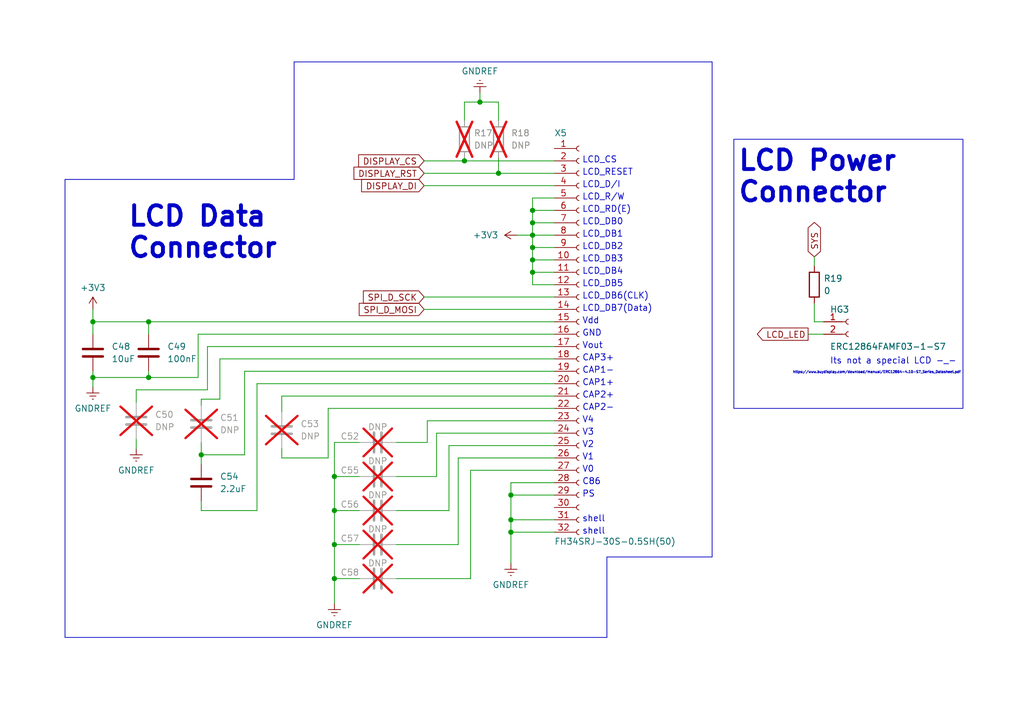
<source format=kicad_sch>
(kicad_sch
	(version 20250114)
	(generator "eeschema")
	(generator_version "9.0")
	(uuid "16eed79a-26ad-4613-b74d-739189d5c0e6")
	(paper "A5")
	(title_block
		(title "Flipper Device DIY")
		(rev "13.F7B9C6")
		(company "Originally from : Flipper Devices Inc.")
		(comment 1 "DIY Version 1.0")
	)
	(lib_symbols
		(symbol "Connector2:Conn_01x32_Female"
			(pin_names
				(offset 1.016)
				(hide yes)
			)
			(exclude_from_sim no)
			(in_bom yes)
			(on_board yes)
			(property "Reference" "J"
				(at 0 40.64 0)
				(effects
					(font
						(size 1.27 1.27)
					)
				)
			)
			(property "Value" "Conn_01x32_Female"
				(at 0 -43.18 0)
				(effects
					(font
						(size 1.27 1.27)
					)
				)
			)
			(property "Footprint" ""
				(at 0 0 0)
				(effects
					(font
						(size 1.27 1.27)
					)
					(hide yes)
				)
			)
			(property "Datasheet" "~"
				(at 0 0 0)
				(effects
					(font
						(size 1.27 1.27)
					)
					(hide yes)
				)
			)
			(property "Description" "Generic connector, single row, 01x32, script generated (kicad-library-utils/schlib/autogen/connector/)"
				(at 0 0 0)
				(effects
					(font
						(size 1.27 1.27)
					)
					(hide yes)
				)
			)
			(property "ki_keywords" "connector"
				(at 0 0 0)
				(effects
					(font
						(size 1.27 1.27)
					)
					(hide yes)
				)
			)
			(property "ki_fp_filters" "Connector*:*_1x??_*"
				(at 0 0 0)
				(effects
					(font
						(size 1.27 1.27)
					)
					(hide yes)
				)
			)
			(symbol "Conn_01x32_Female_1_1"
				(polyline
					(pts
						(xy -1.27 38.1) (xy -0.508 38.1)
					)
					(stroke
						(width 0.1524)
						(type solid)
					)
					(fill
						(type none)
					)
				)
				(polyline
					(pts
						(xy -1.27 35.56) (xy -0.508 35.56)
					)
					(stroke
						(width 0.1524)
						(type solid)
					)
					(fill
						(type none)
					)
				)
				(polyline
					(pts
						(xy -1.27 33.02) (xy -0.508 33.02)
					)
					(stroke
						(width 0.1524)
						(type solid)
					)
					(fill
						(type none)
					)
				)
				(polyline
					(pts
						(xy -1.27 30.48) (xy -0.508 30.48)
					)
					(stroke
						(width 0.1524)
						(type solid)
					)
					(fill
						(type none)
					)
				)
				(polyline
					(pts
						(xy -1.27 27.94) (xy -0.508 27.94)
					)
					(stroke
						(width 0.1524)
						(type solid)
					)
					(fill
						(type none)
					)
				)
				(polyline
					(pts
						(xy -1.27 25.4) (xy -0.508 25.4)
					)
					(stroke
						(width 0.1524)
						(type solid)
					)
					(fill
						(type none)
					)
				)
				(polyline
					(pts
						(xy -1.27 22.86) (xy -0.508 22.86)
					)
					(stroke
						(width 0.1524)
						(type solid)
					)
					(fill
						(type none)
					)
				)
				(polyline
					(pts
						(xy -1.27 20.32) (xy -0.508 20.32)
					)
					(stroke
						(width 0.1524)
						(type solid)
					)
					(fill
						(type none)
					)
				)
				(polyline
					(pts
						(xy -1.27 17.78) (xy -0.508 17.78)
					)
					(stroke
						(width 0.1524)
						(type solid)
					)
					(fill
						(type none)
					)
				)
				(polyline
					(pts
						(xy -1.27 15.24) (xy -0.508 15.24)
					)
					(stroke
						(width 0.1524)
						(type solid)
					)
					(fill
						(type none)
					)
				)
				(polyline
					(pts
						(xy -1.27 12.7) (xy -0.508 12.7)
					)
					(stroke
						(width 0.1524)
						(type solid)
					)
					(fill
						(type none)
					)
				)
				(polyline
					(pts
						(xy -1.27 10.16) (xy -0.508 10.16)
					)
					(stroke
						(width 0.1524)
						(type solid)
					)
					(fill
						(type none)
					)
				)
				(polyline
					(pts
						(xy -1.27 7.62) (xy -0.508 7.62)
					)
					(stroke
						(width 0.1524)
						(type solid)
					)
					(fill
						(type none)
					)
				)
				(polyline
					(pts
						(xy -1.27 5.08) (xy -0.508 5.08)
					)
					(stroke
						(width 0.1524)
						(type solid)
					)
					(fill
						(type none)
					)
				)
				(polyline
					(pts
						(xy -1.27 2.54) (xy -0.508 2.54)
					)
					(stroke
						(width 0.1524)
						(type solid)
					)
					(fill
						(type none)
					)
				)
				(polyline
					(pts
						(xy -1.27 0) (xy -0.508 0)
					)
					(stroke
						(width 0.1524)
						(type solid)
					)
					(fill
						(type none)
					)
				)
				(polyline
					(pts
						(xy -1.27 -2.54) (xy -0.508 -2.54)
					)
					(stroke
						(width 0.1524)
						(type solid)
					)
					(fill
						(type none)
					)
				)
				(polyline
					(pts
						(xy -1.27 -5.08) (xy -0.508 -5.08)
					)
					(stroke
						(width 0.1524)
						(type solid)
					)
					(fill
						(type none)
					)
				)
				(polyline
					(pts
						(xy -1.27 -7.62) (xy -0.508 -7.62)
					)
					(stroke
						(width 0.1524)
						(type solid)
					)
					(fill
						(type none)
					)
				)
				(polyline
					(pts
						(xy -1.27 -10.16) (xy -0.508 -10.16)
					)
					(stroke
						(width 0.1524)
						(type solid)
					)
					(fill
						(type none)
					)
				)
				(polyline
					(pts
						(xy -1.27 -12.7) (xy -0.508 -12.7)
					)
					(stroke
						(width 0.1524)
						(type solid)
					)
					(fill
						(type none)
					)
				)
				(polyline
					(pts
						(xy -1.27 -15.24) (xy -0.508 -15.24)
					)
					(stroke
						(width 0.1524)
						(type solid)
					)
					(fill
						(type none)
					)
				)
				(polyline
					(pts
						(xy -1.27 -17.78) (xy -0.508 -17.78)
					)
					(stroke
						(width 0.1524)
						(type solid)
					)
					(fill
						(type none)
					)
				)
				(polyline
					(pts
						(xy -1.27 -20.32) (xy -0.508 -20.32)
					)
					(stroke
						(width 0.1524)
						(type solid)
					)
					(fill
						(type none)
					)
				)
				(polyline
					(pts
						(xy -1.27 -22.86) (xy -0.508 -22.86)
					)
					(stroke
						(width 0.1524)
						(type solid)
					)
					(fill
						(type none)
					)
				)
				(polyline
					(pts
						(xy -1.27 -25.4) (xy -0.508 -25.4)
					)
					(stroke
						(width 0.1524)
						(type solid)
					)
					(fill
						(type none)
					)
				)
				(polyline
					(pts
						(xy -1.27 -27.94) (xy -0.508 -27.94)
					)
					(stroke
						(width 0.1524)
						(type solid)
					)
					(fill
						(type none)
					)
				)
				(polyline
					(pts
						(xy -1.27 -30.48) (xy -0.508 -30.48)
					)
					(stroke
						(width 0.1524)
						(type solid)
					)
					(fill
						(type none)
					)
				)
				(polyline
					(pts
						(xy -1.27 -33.02) (xy -0.508 -33.02)
					)
					(stroke
						(width 0.1524)
						(type solid)
					)
					(fill
						(type none)
					)
				)
				(polyline
					(pts
						(xy -1.27 -35.56) (xy -0.508 -35.56)
					)
					(stroke
						(width 0.1524)
						(type solid)
					)
					(fill
						(type none)
					)
				)
				(polyline
					(pts
						(xy -1.27 -38.1) (xy -0.508 -38.1)
					)
					(stroke
						(width 0.1524)
						(type solid)
					)
					(fill
						(type none)
					)
				)
				(polyline
					(pts
						(xy -1.27 -40.64) (xy -0.508 -40.64)
					)
					(stroke
						(width 0.1524)
						(type solid)
					)
					(fill
						(type none)
					)
				)
				(arc
					(start 0 37.592)
					(mid -0.5058 38.1)
					(end 0 38.608)
					(stroke
						(width 0.1524)
						(type solid)
					)
					(fill
						(type none)
					)
				)
				(arc
					(start 0 35.052)
					(mid -0.5058 35.56)
					(end 0 36.068)
					(stroke
						(width 0.1524)
						(type solid)
					)
					(fill
						(type none)
					)
				)
				(arc
					(start 0 32.512)
					(mid -0.5058 33.02)
					(end 0 33.528)
					(stroke
						(width 0.1524)
						(type solid)
					)
					(fill
						(type none)
					)
				)
				(arc
					(start 0 29.972)
					(mid -0.5058 30.48)
					(end 0 30.988)
					(stroke
						(width 0.1524)
						(type solid)
					)
					(fill
						(type none)
					)
				)
				(arc
					(start 0 27.432)
					(mid -0.5058 27.94)
					(end 0 28.448)
					(stroke
						(width 0.1524)
						(type solid)
					)
					(fill
						(type none)
					)
				)
				(arc
					(start 0 24.892)
					(mid -0.5058 25.4)
					(end 0 25.908)
					(stroke
						(width 0.1524)
						(type solid)
					)
					(fill
						(type none)
					)
				)
				(arc
					(start 0 22.352)
					(mid -0.5058 22.86)
					(end 0 23.368)
					(stroke
						(width 0.1524)
						(type solid)
					)
					(fill
						(type none)
					)
				)
				(arc
					(start 0 19.812)
					(mid -0.5058 20.32)
					(end 0 20.828)
					(stroke
						(width 0.1524)
						(type solid)
					)
					(fill
						(type none)
					)
				)
				(arc
					(start 0 17.272)
					(mid -0.5058 17.78)
					(end 0 18.288)
					(stroke
						(width 0.1524)
						(type solid)
					)
					(fill
						(type none)
					)
				)
				(arc
					(start 0 14.732)
					(mid -0.5058 15.24)
					(end 0 15.748)
					(stroke
						(width 0.1524)
						(type solid)
					)
					(fill
						(type none)
					)
				)
				(arc
					(start 0 12.192)
					(mid -0.5058 12.7)
					(end 0 13.208)
					(stroke
						(width 0.1524)
						(type solid)
					)
					(fill
						(type none)
					)
				)
				(arc
					(start 0 9.652)
					(mid -0.5058 10.16)
					(end 0 10.668)
					(stroke
						(width 0.1524)
						(type solid)
					)
					(fill
						(type none)
					)
				)
				(arc
					(start 0 7.112)
					(mid -0.5058 7.62)
					(end 0 8.128)
					(stroke
						(width 0.1524)
						(type solid)
					)
					(fill
						(type none)
					)
				)
				(arc
					(start 0 4.572)
					(mid -0.5058 5.08)
					(end 0 5.588)
					(stroke
						(width 0.1524)
						(type solid)
					)
					(fill
						(type none)
					)
				)
				(arc
					(start 0 2.032)
					(mid -0.5058 2.54)
					(end 0 3.048)
					(stroke
						(width 0.1524)
						(type solid)
					)
					(fill
						(type none)
					)
				)
				(arc
					(start 0 -0.508)
					(mid -0.5058 0)
					(end 0 0.508)
					(stroke
						(width 0.1524)
						(type solid)
					)
					(fill
						(type none)
					)
				)
				(arc
					(start 0 -3.048)
					(mid -0.5058 -2.54)
					(end 0 -2.032)
					(stroke
						(width 0.1524)
						(type solid)
					)
					(fill
						(type none)
					)
				)
				(arc
					(start 0 -5.588)
					(mid -0.5058 -5.08)
					(end 0 -4.572)
					(stroke
						(width 0.1524)
						(type solid)
					)
					(fill
						(type none)
					)
				)
				(arc
					(start 0 -8.128)
					(mid -0.5058 -7.62)
					(end 0 -7.112)
					(stroke
						(width 0.1524)
						(type solid)
					)
					(fill
						(type none)
					)
				)
				(arc
					(start 0 -10.668)
					(mid -0.5058 -10.16)
					(end 0 -9.652)
					(stroke
						(width 0.1524)
						(type solid)
					)
					(fill
						(type none)
					)
				)
				(arc
					(start 0 -13.208)
					(mid -0.5058 -12.7)
					(end 0 -12.192)
					(stroke
						(width 0.1524)
						(type solid)
					)
					(fill
						(type none)
					)
				)
				(arc
					(start 0 -15.748)
					(mid -0.5058 -15.24)
					(end 0 -14.732)
					(stroke
						(width 0.1524)
						(type solid)
					)
					(fill
						(type none)
					)
				)
				(arc
					(start 0 -18.288)
					(mid -0.5058 -17.78)
					(end 0 -17.272)
					(stroke
						(width 0.1524)
						(type solid)
					)
					(fill
						(type none)
					)
				)
				(arc
					(start 0 -20.828)
					(mid -0.5058 -20.32)
					(end 0 -19.812)
					(stroke
						(width 0.1524)
						(type solid)
					)
					(fill
						(type none)
					)
				)
				(arc
					(start 0 -23.368)
					(mid -0.5058 -22.86)
					(end 0 -22.352)
					(stroke
						(width 0.1524)
						(type solid)
					)
					(fill
						(type none)
					)
				)
				(arc
					(start 0 -25.908)
					(mid -0.5058 -25.4)
					(end 0 -24.892)
					(stroke
						(width 0.1524)
						(type solid)
					)
					(fill
						(type none)
					)
				)
				(arc
					(start 0 -28.448)
					(mid -0.5058 -27.94)
					(end 0 -27.432)
					(stroke
						(width 0.1524)
						(type solid)
					)
					(fill
						(type none)
					)
				)
				(arc
					(start 0 -30.988)
					(mid -0.5058 -30.48)
					(end 0 -29.972)
					(stroke
						(width 0.1524)
						(type solid)
					)
					(fill
						(type none)
					)
				)
				(arc
					(start 0 -33.528)
					(mid -0.5058 -33.02)
					(end 0 -32.512)
					(stroke
						(width 0.1524)
						(type solid)
					)
					(fill
						(type none)
					)
				)
				(arc
					(start 0 -36.068)
					(mid -0.5058 -35.56)
					(end 0 -35.052)
					(stroke
						(width 0.1524)
						(type solid)
					)
					(fill
						(type none)
					)
				)
				(arc
					(start 0 -38.608)
					(mid -0.5058 -38.1)
					(end 0 -37.592)
					(stroke
						(width 0.1524)
						(type solid)
					)
					(fill
						(type none)
					)
				)
				(arc
					(start 0 -41.148)
					(mid -0.5058 -40.64)
					(end 0 -40.132)
					(stroke
						(width 0.1524)
						(type solid)
					)
					(fill
						(type none)
					)
				)
				(pin passive line
					(at -5.08 38.1 0)
					(length 3.81)
					(name "Pin_1"
						(effects
							(font
								(size 1.27 1.27)
							)
						)
					)
					(number "1"
						(effects
							(font
								(size 1.27 1.27)
							)
						)
					)
				)
				(pin passive line
					(at -5.08 35.56 0)
					(length 3.81)
					(name "Pin_2"
						(effects
							(font
								(size 1.27 1.27)
							)
						)
					)
					(number "2"
						(effects
							(font
								(size 1.27 1.27)
							)
						)
					)
				)
				(pin passive line
					(at -5.08 33.02 0)
					(length 3.81)
					(name "Pin_3"
						(effects
							(font
								(size 1.27 1.27)
							)
						)
					)
					(number "3"
						(effects
							(font
								(size 1.27 1.27)
							)
						)
					)
				)
				(pin passive line
					(at -5.08 30.48 0)
					(length 3.81)
					(name "Pin_4"
						(effects
							(font
								(size 1.27 1.27)
							)
						)
					)
					(number "4"
						(effects
							(font
								(size 1.27 1.27)
							)
						)
					)
				)
				(pin passive line
					(at -5.08 27.94 0)
					(length 3.81)
					(name "Pin_5"
						(effects
							(font
								(size 1.27 1.27)
							)
						)
					)
					(number "5"
						(effects
							(font
								(size 1.27 1.27)
							)
						)
					)
				)
				(pin passive line
					(at -5.08 25.4 0)
					(length 3.81)
					(name "Pin_6"
						(effects
							(font
								(size 1.27 1.27)
							)
						)
					)
					(number "6"
						(effects
							(font
								(size 1.27 1.27)
							)
						)
					)
				)
				(pin passive line
					(at -5.08 22.86 0)
					(length 3.81)
					(name "Pin_7"
						(effects
							(font
								(size 1.27 1.27)
							)
						)
					)
					(number "7"
						(effects
							(font
								(size 1.27 1.27)
							)
						)
					)
				)
				(pin passive line
					(at -5.08 20.32 0)
					(length 3.81)
					(name "Pin_8"
						(effects
							(font
								(size 1.27 1.27)
							)
						)
					)
					(number "8"
						(effects
							(font
								(size 1.27 1.27)
							)
						)
					)
				)
				(pin passive line
					(at -5.08 17.78 0)
					(length 3.81)
					(name "Pin_9"
						(effects
							(font
								(size 1.27 1.27)
							)
						)
					)
					(number "9"
						(effects
							(font
								(size 1.27 1.27)
							)
						)
					)
				)
				(pin passive line
					(at -5.08 15.24 0)
					(length 3.81)
					(name "Pin_10"
						(effects
							(font
								(size 1.27 1.27)
							)
						)
					)
					(number "10"
						(effects
							(font
								(size 1.27 1.27)
							)
						)
					)
				)
				(pin passive line
					(at -5.08 12.7 0)
					(length 3.81)
					(name "Pin_11"
						(effects
							(font
								(size 1.27 1.27)
							)
						)
					)
					(number "11"
						(effects
							(font
								(size 1.27 1.27)
							)
						)
					)
				)
				(pin passive line
					(at -5.08 10.16 0)
					(length 3.81)
					(name "Pin_12"
						(effects
							(font
								(size 1.27 1.27)
							)
						)
					)
					(number "12"
						(effects
							(font
								(size 1.27 1.27)
							)
						)
					)
				)
				(pin passive line
					(at -5.08 7.62 0)
					(length 3.81)
					(name "Pin_13"
						(effects
							(font
								(size 1.27 1.27)
							)
						)
					)
					(number "13"
						(effects
							(font
								(size 1.27 1.27)
							)
						)
					)
				)
				(pin passive line
					(at -5.08 5.08 0)
					(length 3.81)
					(name "Pin_14"
						(effects
							(font
								(size 1.27 1.27)
							)
						)
					)
					(number "14"
						(effects
							(font
								(size 1.27 1.27)
							)
						)
					)
				)
				(pin passive line
					(at -5.08 2.54 0)
					(length 3.81)
					(name "Pin_15"
						(effects
							(font
								(size 1.27 1.27)
							)
						)
					)
					(number "15"
						(effects
							(font
								(size 1.27 1.27)
							)
						)
					)
				)
				(pin passive line
					(at -5.08 0 0)
					(length 3.81)
					(name "Pin_16"
						(effects
							(font
								(size 1.27 1.27)
							)
						)
					)
					(number "16"
						(effects
							(font
								(size 1.27 1.27)
							)
						)
					)
				)
				(pin passive line
					(at -5.08 -2.54 0)
					(length 3.81)
					(name "Pin_17"
						(effects
							(font
								(size 1.27 1.27)
							)
						)
					)
					(number "17"
						(effects
							(font
								(size 1.27 1.27)
							)
						)
					)
				)
				(pin passive line
					(at -5.08 -5.08 0)
					(length 3.81)
					(name "Pin_18"
						(effects
							(font
								(size 1.27 1.27)
							)
						)
					)
					(number "18"
						(effects
							(font
								(size 1.27 1.27)
							)
						)
					)
				)
				(pin passive line
					(at -5.08 -7.62 0)
					(length 3.81)
					(name "Pin_19"
						(effects
							(font
								(size 1.27 1.27)
							)
						)
					)
					(number "19"
						(effects
							(font
								(size 1.27 1.27)
							)
						)
					)
				)
				(pin passive line
					(at -5.08 -10.16 0)
					(length 3.81)
					(name "Pin_20"
						(effects
							(font
								(size 1.27 1.27)
							)
						)
					)
					(number "20"
						(effects
							(font
								(size 1.27 1.27)
							)
						)
					)
				)
				(pin passive line
					(at -5.08 -12.7 0)
					(length 3.81)
					(name "Pin_21"
						(effects
							(font
								(size 1.27 1.27)
							)
						)
					)
					(number "21"
						(effects
							(font
								(size 1.27 1.27)
							)
						)
					)
				)
				(pin passive line
					(at -5.08 -15.24 0)
					(length 3.81)
					(name "Pin_22"
						(effects
							(font
								(size 1.27 1.27)
							)
						)
					)
					(number "22"
						(effects
							(font
								(size 1.27 1.27)
							)
						)
					)
				)
				(pin passive line
					(at -5.08 -17.78 0)
					(length 3.81)
					(name "Pin_23"
						(effects
							(font
								(size 1.27 1.27)
							)
						)
					)
					(number "23"
						(effects
							(font
								(size 1.27 1.27)
							)
						)
					)
				)
				(pin passive line
					(at -5.08 -20.32 0)
					(length 3.81)
					(name "Pin_24"
						(effects
							(font
								(size 1.27 1.27)
							)
						)
					)
					(number "24"
						(effects
							(font
								(size 1.27 1.27)
							)
						)
					)
				)
				(pin passive line
					(at -5.08 -22.86 0)
					(length 3.81)
					(name "Pin_25"
						(effects
							(font
								(size 1.27 1.27)
							)
						)
					)
					(number "25"
						(effects
							(font
								(size 1.27 1.27)
							)
						)
					)
				)
				(pin passive line
					(at -5.08 -25.4 0)
					(length 3.81)
					(name "Pin_26"
						(effects
							(font
								(size 1.27 1.27)
							)
						)
					)
					(number "26"
						(effects
							(font
								(size 1.27 1.27)
							)
						)
					)
				)
				(pin passive line
					(at -5.08 -27.94 0)
					(length 3.81)
					(name "Pin_27"
						(effects
							(font
								(size 1.27 1.27)
							)
						)
					)
					(number "27"
						(effects
							(font
								(size 1.27 1.27)
							)
						)
					)
				)
				(pin passive line
					(at -5.08 -30.48 0)
					(length 3.81)
					(name "Pin_28"
						(effects
							(font
								(size 1.27 1.27)
							)
						)
					)
					(number "28"
						(effects
							(font
								(size 1.27 1.27)
							)
						)
					)
				)
				(pin passive line
					(at -5.08 -33.02 0)
					(length 3.81)
					(name "Pin_29"
						(effects
							(font
								(size 1.27 1.27)
							)
						)
					)
					(number "29"
						(effects
							(font
								(size 1.27 1.27)
							)
						)
					)
				)
				(pin passive line
					(at -5.08 -35.56 0)
					(length 3.81)
					(name "Pin_30"
						(effects
							(font
								(size 1.27 1.27)
							)
						)
					)
					(number "30"
						(effects
							(font
								(size 1.27 1.27)
							)
						)
					)
				)
				(pin passive line
					(at -5.08 -38.1 0)
					(length 3.81)
					(name "Pin_31"
						(effects
							(font
								(size 1.27 1.27)
							)
						)
					)
					(number "31"
						(effects
							(font
								(size 1.27 1.27)
							)
						)
					)
				)
				(pin passive line
					(at -5.08 -40.64 0)
					(length 3.81)
					(name "Pin_32"
						(effects
							(font
								(size 1.27 1.27)
							)
						)
					)
					(number "32"
						(effects
							(font
								(size 1.27 1.27)
							)
						)
					)
				)
			)
			(embedded_fonts no)
		)
		(symbol "Connector:Conn_01x02_Socket"
			(pin_names
				(offset 1.016)
				(hide yes)
			)
			(exclude_from_sim no)
			(in_bom yes)
			(on_board yes)
			(property "Reference" "J"
				(at 0 2.54 0)
				(effects
					(font
						(size 1.27 1.27)
					)
				)
			)
			(property "Value" "Conn_01x02_Socket"
				(at 0 -5.08 0)
				(effects
					(font
						(size 1.27 1.27)
					)
				)
			)
			(property "Footprint" ""
				(at 0 0 0)
				(effects
					(font
						(size 1.27 1.27)
					)
					(hide yes)
				)
			)
			(property "Datasheet" "~"
				(at 0 0 0)
				(effects
					(font
						(size 1.27 1.27)
					)
					(hide yes)
				)
			)
			(property "Description" "Generic connector, single row, 01x02, script generated"
				(at 0 0 0)
				(effects
					(font
						(size 1.27 1.27)
					)
					(hide yes)
				)
			)
			(property "ki_locked" ""
				(at 0 0 0)
				(effects
					(font
						(size 1.27 1.27)
					)
				)
			)
			(property "ki_keywords" "connector"
				(at 0 0 0)
				(effects
					(font
						(size 1.27 1.27)
					)
					(hide yes)
				)
			)
			(property "ki_fp_filters" "Connector*:*_1x??_*"
				(at 0 0 0)
				(effects
					(font
						(size 1.27 1.27)
					)
					(hide yes)
				)
			)
			(symbol "Conn_01x02_Socket_1_1"
				(polyline
					(pts
						(xy -1.27 0) (xy -0.508 0)
					)
					(stroke
						(width 0.1524)
						(type default)
					)
					(fill
						(type none)
					)
				)
				(polyline
					(pts
						(xy -1.27 -2.54) (xy -0.508 -2.54)
					)
					(stroke
						(width 0.1524)
						(type default)
					)
					(fill
						(type none)
					)
				)
				(arc
					(start 0 -0.508)
					(mid -0.5058 0)
					(end 0 0.508)
					(stroke
						(width 0.1524)
						(type default)
					)
					(fill
						(type none)
					)
				)
				(arc
					(start 0 -3.048)
					(mid -0.5058 -2.54)
					(end 0 -2.032)
					(stroke
						(width 0.1524)
						(type default)
					)
					(fill
						(type none)
					)
				)
				(pin passive line
					(at -5.08 0 0)
					(length 3.81)
					(name "Pin_1"
						(effects
							(font
								(size 1.27 1.27)
							)
						)
					)
					(number "1"
						(effects
							(font
								(size 1.27 1.27)
							)
						)
					)
				)
				(pin passive line
					(at -5.08 -2.54 0)
					(length 3.81)
					(name "Pin_2"
						(effects
							(font
								(size 1.27 1.27)
							)
						)
					)
					(number "2"
						(effects
							(font
								(size 1.27 1.27)
							)
						)
					)
				)
			)
			(embedded_fonts no)
		)
		(symbol "Device:C"
			(pin_numbers
				(hide yes)
			)
			(pin_names
				(offset 0.254)
			)
			(exclude_from_sim no)
			(in_bom yes)
			(on_board yes)
			(property "Reference" "C"
				(at 0.635 2.54 0)
				(effects
					(font
						(size 1.27 1.27)
					)
					(justify left)
				)
			)
			(property "Value" "C"
				(at 0.635 -2.54 0)
				(effects
					(font
						(size 1.27 1.27)
					)
					(justify left)
				)
			)
			(property "Footprint" ""
				(at 0.9652 -3.81 0)
				(effects
					(font
						(size 1.27 1.27)
					)
					(hide yes)
				)
			)
			(property "Datasheet" "~"
				(at 0 0 0)
				(effects
					(font
						(size 1.27 1.27)
					)
					(hide yes)
				)
			)
			(property "Description" "Unpolarized capacitor"
				(at 0 0 0)
				(effects
					(font
						(size 1.27 1.27)
					)
					(hide yes)
				)
			)
			(property "ki_keywords" "cap capacitor"
				(at 0 0 0)
				(effects
					(font
						(size 1.27 1.27)
					)
					(hide yes)
				)
			)
			(property "ki_fp_filters" "C_*"
				(at 0 0 0)
				(effects
					(font
						(size 1.27 1.27)
					)
					(hide yes)
				)
			)
			(symbol "C_0_1"
				(polyline
					(pts
						(xy -2.032 0.762) (xy 2.032 0.762)
					)
					(stroke
						(width 0.508)
						(type default)
					)
					(fill
						(type none)
					)
				)
				(polyline
					(pts
						(xy -2.032 -0.762) (xy 2.032 -0.762)
					)
					(stroke
						(width 0.508)
						(type default)
					)
					(fill
						(type none)
					)
				)
			)
			(symbol "C_1_1"
				(pin passive line
					(at 0 3.81 270)
					(length 2.794)
					(name "~"
						(effects
							(font
								(size 1.27 1.27)
							)
						)
					)
					(number "1"
						(effects
							(font
								(size 1.27 1.27)
							)
						)
					)
				)
				(pin passive line
					(at 0 -3.81 90)
					(length 2.794)
					(name "~"
						(effects
							(font
								(size 1.27 1.27)
							)
						)
					)
					(number "2"
						(effects
							(font
								(size 1.27 1.27)
							)
						)
					)
				)
			)
			(embedded_fonts no)
		)
		(symbol "Device:R"
			(pin_numbers
				(hide yes)
			)
			(pin_names
				(offset 0)
			)
			(exclude_from_sim no)
			(in_bom yes)
			(on_board yes)
			(property "Reference" "R"
				(at 2.032 0 90)
				(effects
					(font
						(size 1.27 1.27)
					)
				)
			)
			(property "Value" "R"
				(at 0 0 90)
				(effects
					(font
						(size 1.27 1.27)
					)
				)
			)
			(property "Footprint" ""
				(at -1.778 0 90)
				(effects
					(font
						(size 1.27 1.27)
					)
					(hide yes)
				)
			)
			(property "Datasheet" "~"
				(at 0 0 0)
				(effects
					(font
						(size 1.27 1.27)
					)
					(hide yes)
				)
			)
			(property "Description" "Resistor"
				(at 0 0 0)
				(effects
					(font
						(size 1.27 1.27)
					)
					(hide yes)
				)
			)
			(property "ki_keywords" "R res resistor"
				(at 0 0 0)
				(effects
					(font
						(size 1.27 1.27)
					)
					(hide yes)
				)
			)
			(property "ki_fp_filters" "R_*"
				(at 0 0 0)
				(effects
					(font
						(size 1.27 1.27)
					)
					(hide yes)
				)
			)
			(symbol "R_0_1"
				(rectangle
					(start -1.016 -2.54)
					(end 1.016 2.54)
					(stroke
						(width 0.254)
						(type default)
					)
					(fill
						(type none)
					)
				)
			)
			(symbol "R_1_1"
				(pin passive line
					(at 0 3.81 270)
					(length 1.27)
					(name "~"
						(effects
							(font
								(size 1.27 1.27)
							)
						)
					)
					(number "1"
						(effects
							(font
								(size 1.27 1.27)
							)
						)
					)
				)
				(pin passive line
					(at 0 -3.81 90)
					(length 1.27)
					(name "~"
						(effects
							(font
								(size 1.27 1.27)
							)
						)
					)
					(number "2"
						(effects
							(font
								(size 1.27 1.27)
							)
						)
					)
				)
			)
			(embedded_fonts no)
		)
		(symbol "power:+3V3"
			(power)
			(pin_names
				(offset 0)
			)
			(exclude_from_sim no)
			(in_bom yes)
			(on_board yes)
			(property "Reference" "#PWR"
				(at 0 -3.81 0)
				(effects
					(font
						(size 1.27 1.27)
					)
					(hide yes)
				)
			)
			(property "Value" "+3V3"
				(at 0 3.556 0)
				(effects
					(font
						(size 1.27 1.27)
					)
				)
			)
			(property "Footprint" ""
				(at 0 0 0)
				(effects
					(font
						(size 1.27 1.27)
					)
					(hide yes)
				)
			)
			(property "Datasheet" ""
				(at 0 0 0)
				(effects
					(font
						(size 1.27 1.27)
					)
					(hide yes)
				)
			)
			(property "Description" "Power symbol creates a global label with name \"+3V3\""
				(at 0 0 0)
				(effects
					(font
						(size 1.27 1.27)
					)
					(hide yes)
				)
			)
			(property "ki_keywords" "global power"
				(at 0 0 0)
				(effects
					(font
						(size 1.27 1.27)
					)
					(hide yes)
				)
			)
			(symbol "+3V3_0_1"
				(polyline
					(pts
						(xy -0.762 1.27) (xy 0 2.54)
					)
					(stroke
						(width 0)
						(type default)
					)
					(fill
						(type none)
					)
				)
				(polyline
					(pts
						(xy 0 2.54) (xy 0.762 1.27)
					)
					(stroke
						(width 0)
						(type default)
					)
					(fill
						(type none)
					)
				)
				(polyline
					(pts
						(xy 0 0) (xy 0 2.54)
					)
					(stroke
						(width 0)
						(type default)
					)
					(fill
						(type none)
					)
				)
			)
			(symbol "+3V3_1_1"
				(pin power_in line
					(at 0 0 90)
					(length 0)
					(hide yes)
					(name "+3V3"
						(effects
							(font
								(size 1.27 1.27)
							)
						)
					)
					(number "1"
						(effects
							(font
								(size 1.27 1.27)
							)
						)
					)
				)
			)
			(embedded_fonts no)
		)
		(symbol "power:GNDREF"
			(power)
			(pin_names
				(offset 0)
			)
			(exclude_from_sim no)
			(in_bom yes)
			(on_board yes)
			(property "Reference" "#PWR"
				(at 0 -6.35 0)
				(effects
					(font
						(size 1.27 1.27)
					)
					(hide yes)
				)
			)
			(property "Value" "GNDREF"
				(at 0 -3.81 0)
				(effects
					(font
						(size 1.27 1.27)
					)
				)
			)
			(property "Footprint" ""
				(at 0 0 0)
				(effects
					(font
						(size 1.27 1.27)
					)
					(hide yes)
				)
			)
			(property "Datasheet" ""
				(at 0 0 0)
				(effects
					(font
						(size 1.27 1.27)
					)
					(hide yes)
				)
			)
			(property "Description" "Power symbol creates a global label with name \"GNDREF\" , reference supply ground"
				(at 0 0 0)
				(effects
					(font
						(size 1.27 1.27)
					)
					(hide yes)
				)
			)
			(property "ki_keywords" "global power"
				(at 0 0 0)
				(effects
					(font
						(size 1.27 1.27)
					)
					(hide yes)
				)
			)
			(symbol "GNDREF_0_1"
				(polyline
					(pts
						(xy -0.635 -1.905) (xy 0.635 -1.905)
					)
					(stroke
						(width 0)
						(type default)
					)
					(fill
						(type none)
					)
				)
				(polyline
					(pts
						(xy -0.127 -2.54) (xy 0.127 -2.54)
					)
					(stroke
						(width 0)
						(type default)
					)
					(fill
						(type none)
					)
				)
				(polyline
					(pts
						(xy 0 -1.27) (xy 0 0)
					)
					(stroke
						(width 0)
						(type default)
					)
					(fill
						(type none)
					)
				)
				(polyline
					(pts
						(xy 1.27 -1.27) (xy -1.27 -1.27)
					)
					(stroke
						(width 0)
						(type default)
					)
					(fill
						(type none)
					)
				)
			)
			(symbol "GNDREF_1_1"
				(pin power_in line
					(at 0 0 270)
					(length 0)
					(hide yes)
					(name "GNDREF"
						(effects
							(font
								(size 1.27 1.27)
							)
						)
					)
					(number "1"
						(effects
							(font
								(size 1.27 1.27)
							)
						)
					)
				)
			)
			(embedded_fonts no)
		)
	)
	(rectangle
		(start 150.495 28.575)
		(end 197.485 83.82)
		(stroke
			(width 0)
			(type default)
		)
		(fill
			(type none)
		)
		(uuid cd34e574-c799-4949-b5c2-bc85cfd64e14)
	)
	(text "LCD_DB2"
		(exclude_from_sim no)
		(at 119.38 51.435 0)
		(effects
			(font
				(size 1.27 1.27)
			)
			(justify left bottom)
		)
		(uuid "00a615e1-e0cc-4cdc-9964-f90d1cb7897e")
	)
	(text "LCD_D/I"
		(exclude_from_sim no)
		(at 119.38 38.735 0)
		(effects
			(font
				(size 1.27 1.27)
			)
			(justify left bottom)
		)
		(uuid "07dd52e8-6430-4949-969e-ffa34b5040c6")
	)
	(text "LCD_DB0"
		(exclude_from_sim no)
		(at 119.38 46.355 0)
		(effects
			(font
				(size 1.27 1.27)
			)
			(justify left bottom)
		)
		(uuid "07fcd732-8394-4604-897d-717fafbb20ab")
	)
	(text "LCD_RESET"
		(exclude_from_sim no)
		(at 119.38 36.195 0)
		(effects
			(font
				(size 1.27 1.27)
			)
			(justify left bottom)
		)
		(uuid "130e94c6-7417-490b-89b1-83e4defd460e")
	)
	(text "LCD Data\nConnector"
		(exclude_from_sim no)
		(at 26.035 53.34 0)
		(effects
			(font
				(size 4 4)
				(bold yes)
			)
			(justify left bottom)
		)
		(uuid "23fab713-022f-42e8-8f42-85295f136c4d")
	)
	(text "Vdd"
		(exclude_from_sim no)
		(at 119.38 66.675 0)
		(effects
			(font
				(size 1.27 1.27)
			)
			(justify left bottom)
		)
		(uuid "23ff2b60-8039-446c-a4a0-303ccc71424a")
	)
	(text "V0"
		(exclude_from_sim no)
		(at 119.38 97.155 0)
		(effects
			(font
				(size 1.27 1.27)
			)
			(justify left bottom)
		)
		(uuid "2516fc27-7fe1-4fb4-9482-5735650774ef")
	)
	(text "LCD_DB6(CLK)"
		(exclude_from_sim no)
		(at 119.38 61.595 0)
		(effects
			(font
				(size 1.27 1.27)
			)
			(justify left bottom)
		)
		(uuid "3123e1c0-277e-4587-a2c1-7c483fef733f")
	)
	(text "C86"
		(exclude_from_sim no)
		(at 119.38 99.695 0)
		(effects
			(font
				(size 1.27 1.27)
			)
			(justify left bottom)
		)
		(uuid "31f876d1-2434-4b2b-b2fc-8112e38dc2ff")
	)
	(text "GND"
		(exclude_from_sim no)
		(at 119.38 69.215 0)
		(effects
			(font
				(size 1.27 1.27)
			)
			(justify left bottom)
		)
		(uuid "35a14dfc-6443-4671-9b22-9c8d76b7fec5")
	)
	(text "LCD_DB7(Data)"
		(exclude_from_sim no)
		(at 119.38 64.135 0)
		(effects
			(font
				(size 1.27 1.27)
			)
			(justify left bottom)
		)
		(uuid "47ef34a8-215f-4d9f-b2b2-be9b612a6b07")
	)
	(text "V2"
		(exclude_from_sim no)
		(at 119.38 92.075 0)
		(effects
			(font
				(size 1.27 1.27)
			)
			(justify left bottom)
		)
		(uuid "48687ce0-cc37-4a83-9d81-af08bb2f6621")
	)
	(text "LCD_RD(E)"
		(exclude_from_sim no)
		(at 119.38 43.815 0)
		(effects
			(font
				(size 1.27 1.27)
			)
			(justify left bottom)
		)
		(uuid "4af2ed64-0156-4c9a-afa9-92c58b159842")
	)
	(text "V3"
		(exclude_from_sim no)
		(at 119.38 89.535 0)
		(effects
			(font
				(size 1.27 1.27)
			)
			(justify left bottom)
		)
		(uuid "54806d47-66ff-40fc-bc5a-ecee6cdbb5c6")
	)
	(text "PS"
		(exclude_from_sim no)
		(at 119.38 102.235 0)
		(effects
			(font
				(size 1.27 1.27)
			)
			(justify left bottom)
		)
		(uuid "5c1b0eee-ae3d-4d6a-870f-a063823f7d5f")
	)
	(text "LCD_DB1"
		(exclude_from_sim no)
		(at 119.38 48.895 0)
		(effects
			(font
				(size 1.27 1.27)
			)
			(justify left bottom)
		)
		(uuid "671718fe-e0ba-4c6c-abc5-9f2059b4c3ac")
	)
	(text "V1"
		(exclude_from_sim no)
		(at 119.38 94.615 0)
		(effects
			(font
				(size 1.27 1.27)
			)
			(justify left bottom)
		)
		(uuid "83a2b7cb-bbac-462e-b5c0-2572b34ea7a2")
	)
	(text "CAP1+"
		(exclude_from_sim no)
		(at 119.38 79.375 0)
		(effects
			(font
				(size 1.27 1.27)
			)
			(justify left bottom)
		)
		(uuid "aad4deab-90ba-49ea-a348-38df743645ed")
	)
	(text "LCD_CS"
		(exclude_from_sim no)
		(at 119.38 33.655 0)
		(effects
			(font
				(size 1.27 1.27)
			)
			(justify left bottom)
		)
		(uuid "abff9a05-4053-449b-bdf0-0e09d03c7ebb")
	)
	(text "CAP2-"
		(exclude_from_sim no)
		(at 119.38 84.455 0)
		(effects
			(font
				(size 1.27 1.27)
			)
			(justify left bottom)
		)
		(uuid "b295f3dd-dea6-4440-a49c-0736ee6807fa")
	)
	(text "shell"
		(exclude_from_sim no)
		(at 119.38 109.855 0)
		(effects
			(font
				(size 1.27 1.27)
			)
			(justify left bottom)
		)
		(uuid "b4a417f0-ab66-47ab-8f99-8f992190d7e8")
	)
	(text "Vout"
		(exclude_from_sim no)
		(at 119.38 71.755 0)
		(effects
			(font
				(size 1.27 1.27)
			)
			(justify left bottom)
		)
		(uuid "c01cbe3c-1262-47af-a4d9-a443c21a8b4d")
	)
	(text "LCD_R/W"
		(exclude_from_sim no)
		(at 119.38 41.275 0)
		(effects
			(font
				(size 1.27 1.27)
			)
			(justify left bottom)
		)
		(uuid "c4e93907-425f-4339-b9d3-1c4c7bf6b92e")
	)
	(text "Its not a special LCD -_-"
		(exclude_from_sim no)
		(at 170.18 74.93 0)
		(effects
			(font
				(size 1.27 1.27)
			)
			(justify left bottom)
		)
		(uuid "c98a8686-2b8c-49b6-b13e-3fd2bd36d27f")
	)
	(text "shell"
		(exclude_from_sim no)
		(at 119.38 107.315 0)
		(effects
			(font
				(size 1.27 1.27)
			)
			(justify left bottom)
		)
		(uuid "c9bf1d5f-5cd1-4626-9132-4a946be915b8")
	)
	(text "V4"
		(exclude_from_sim no)
		(at 119.38 86.995 0)
		(effects
			(font
				(size 1.27 1.27)
			)
			(justify left bottom)
		)
		(uuid "ca5ecb48-91ce-4b58-ac41-bd9d3206aa12")
	)
	(text "CAP3+"
		(exclude_from_sim no)
		(at 119.38 74.295 0)
		(effects
			(font
				(size 1.27 1.27)
			)
			(justify left bottom)
		)
		(uuid "ca921d39-0334-41e4-8776-95ac456e80d6")
	)
	(text "LCD Power\nConnector"
		(exclude_from_sim no)
		(at 151.13 41.91 0)
		(effects
			(font
				(size 4 4)
				(bold yes)
			)
			(justify left bottom)
		)
		(uuid "d488a35b-498e-44ae-8e81-8bd43e112425")
	)
	(text "CAP1-"
		(exclude_from_sim no)
		(at 119.38 76.835 0)
		(effects
			(font
				(size 1.27 1.27)
			)
			(justify left bottom)
		)
		(uuid "dbadbca5-5449-4c56-9e08-75b4f39f7eb4")
	)
	(text "https://www.buydisplay.com/download/manual/ERC12864-4.10-S7_Series_Datasheet.pdf"
		(exclude_from_sim no)
		(at 162.56 76.835 0)
		(effects
			(font
				(size 0.5 0.5)
			)
			(justify left bottom)
		)
		(uuid "dcba7833-d4a2-4cc6-9be0-8637a69214ea")
	)
	(text "LCD_DB4"
		(exclude_from_sim no)
		(at 119.38 56.515 0)
		(effects
			(font
				(size 1.27 1.27)
			)
			(justify left bottom)
		)
		(uuid "e46e52d7-7496-4b01-96ef-0715218391e8")
	)
	(text "CAP2+"
		(exclude_from_sim no)
		(at 119.38 81.915 0)
		(effects
			(font
				(size 1.27 1.27)
			)
			(justify left bottom)
		)
		(uuid "e577be91-63f0-4f41-b086-f71009e44e2f")
	)
	(text "LCD_DB5"
		(exclude_from_sim no)
		(at 119.38 59.055 0)
		(effects
			(font
				(size 1.27 1.27)
			)
			(justify left bottom)
		)
		(uuid "ef4355cd-2617-473e-8fe8-a28af1708244")
	)
	(text "LCD_DB3"
		(exclude_from_sim no)
		(at 119.38 53.975 0)
		(effects
			(font
				(size 1.27 1.27)
			)
			(justify left bottom)
		)
		(uuid "f1785a57-3031-4d5b-8ded-69ab42a228ec")
	)
	(junction
		(at 68.58 97.79)
		(diameter 0)
		(color 0 0 0 0)
		(uuid "35762332-954f-40ac-abcb-fe3f25079e83")
	)
	(junction
		(at 109.22 45.72)
		(diameter 0)
		(color 0 0 0 0)
		(uuid "37a1a2a5-6405-4d16-82d8-bae97d20d1da")
	)
	(junction
		(at 109.22 43.18)
		(diameter 0)
		(color 0 0 0 0)
		(uuid "4782bb8a-9d1d-4b3e-acda-82bfc74a36d5")
	)
	(junction
		(at 19.05 77.47)
		(diameter 0)
		(color 0 0 0 0)
		(uuid "493e52ce-e3be-4007-9d8f-744740e82a18")
	)
	(junction
		(at 68.58 118.745)
		(diameter 0)
		(color 0 0 0 0)
		(uuid "4d5d335d-6a2d-445e-85da-3ae322b3919a")
	)
	(junction
		(at 104.775 101.6)
		(diameter 0)
		(color 0 0 0 0)
		(uuid "55238a24-1700-4191-bea7-53ca9ec598a2")
	)
	(junction
		(at 109.22 53.34)
		(diameter 0)
		(color 0 0 0 0)
		(uuid "64cdb6df-9e52-4cee-ba28-6ec99ad6f119")
	)
	(junction
		(at 98.425 20.955)
		(diameter 0)
		(color 0 0 0 0)
		(uuid "6a5d4e54-a373-43ac-a391-bc5cd7cdecba")
	)
	(junction
		(at 41.275 93.345)
		(diameter 0)
		(color 0 0 0 0)
		(uuid "6dc89870-7387-453f-aae9-f9de969717f4")
	)
	(junction
		(at 104.775 109.22)
		(diameter 0)
		(color 0 0 0 0)
		(uuid "7ad402e3-0243-4562-ace7-27f3cce2a9a4")
	)
	(junction
		(at 30.48 66.04)
		(diameter 0)
		(color 0 0 0 0)
		(uuid "7d8e0ade-eb09-493a-8a0a-f4970c6de8f7")
	)
	(junction
		(at 102.235 35.56)
		(diameter 0)
		(color 0 0 0 0)
		(uuid "82ce0e77-0f32-4322-9822-5ed27de56421")
	)
	(junction
		(at 68.58 111.76)
		(diameter 0)
		(color 0 0 0 0)
		(uuid "9c3e99b7-4817-4eb9-85fb-430d86cd54d0")
	)
	(junction
		(at 104.775 106.68)
		(diameter 0)
		(color 0 0 0 0)
		(uuid "a6564743-88ee-4c17-acd2-647e09b2afa6")
	)
	(junction
		(at 19.05 66.04)
		(diameter 0)
		(color 0 0 0 0)
		(uuid "ad2deb72-79cb-47b4-afe1-c13d61bdb78f")
	)
	(junction
		(at 109.22 55.88)
		(diameter 0)
		(color 0 0 0 0)
		(uuid "b991916d-8992-4e64-b8ac-42be1053ff31")
	)
	(junction
		(at 95.25 33.02)
		(diameter 0)
		(color 0 0 0 0)
		(uuid "cbf45bfa-38b2-4a5c-ace8-0274982ad27b")
	)
	(junction
		(at 30.48 77.47)
		(diameter 0)
		(color 0 0 0 0)
		(uuid "ed02adce-ff12-42f8-bc47-340b91261e86")
	)
	(junction
		(at 68.58 104.775)
		(diameter 0)
		(color 0 0 0 0)
		(uuid "edc117c3-3820-4bd6-90d6-1ecc59e42f26")
	)
	(junction
		(at 109.22 50.8)
		(diameter 0)
		(color 0 0 0 0)
		(uuid "fbbdd782-1536-4782-92de-5600e2be0ab9")
	)
	(junction
		(at 109.22 48.26)
		(diameter 0)
		(color 0 0 0 0)
		(uuid "fcabec4c-58d6-4ef3-b5ed-9c39bb2a5ac9")
	)
	(wire
		(pts
			(xy 165.735 68.58) (xy 168.91 68.58)
		)
		(stroke
			(width 0)
			(type default)
		)
		(uuid "0222985d-4d30-48c2-947f-360698052631")
	)
	(wire
		(pts
			(xy 109.22 53.34) (xy 109.22 55.88)
		)
		(stroke
			(width 0)
			(type default)
		)
		(uuid "025b7d71-c306-4c4f-99e6-5cf75ad7bd15")
	)
	(wire
		(pts
			(xy 41.275 93.345) (xy 41.275 95.25)
		)
		(stroke
			(width 0)
			(type default)
		)
		(uuid "02b2e75a-1fb1-4e52-8054-fbef024272a4")
	)
	(polyline
		(pts
			(xy 60.325 36.83) (xy 13.335 36.83)
		)
		(stroke
			(width 0)
			(type default)
		)
		(uuid "0426823f-1c56-495c-b1f5-2d263bbc0779")
	)
	(wire
		(pts
			(xy 68.58 104.775) (xy 68.58 111.76)
		)
		(stroke
			(width 0)
			(type default)
		)
		(uuid "05c7dd07-80c0-48c0-adb7-26879dc90e5f")
	)
	(wire
		(pts
			(xy 102.235 35.56) (xy 113.665 35.56)
		)
		(stroke
			(width 0)
			(type default)
		)
		(uuid "07135b79-6761-4581-ba37-54abdf9c52b6")
	)
	(wire
		(pts
			(xy 113.665 55.88) (xy 109.22 55.88)
		)
		(stroke
			(width 0)
			(type default)
		)
		(uuid "0915dfea-72ed-465c-bf59-044ec08bf4f7")
	)
	(wire
		(pts
			(xy 19.05 66.04) (xy 19.05 68.58)
		)
		(stroke
			(width 0)
			(type default)
		)
		(uuid "09e007ef-da5e-4b2d-b930-2c34fa043a22")
	)
	(wire
		(pts
			(xy 50.165 93.345) (xy 41.275 93.345)
		)
		(stroke
			(width 0)
			(type default)
		)
		(uuid "0bb3fecc-b86c-449c-837b-295cb12205bc")
	)
	(wire
		(pts
			(xy 104.775 99.06) (xy 104.775 101.6)
		)
		(stroke
			(width 0)
			(type default)
		)
		(uuid "0bbc6c44-84b7-454c-9db1-c7c2bf41ec81")
	)
	(polyline
		(pts
			(xy 13.335 130.81) (xy 13.97 130.81)
		)
		(stroke
			(width 0)
			(type default)
		)
		(uuid "0c9c74e0-6d4b-45bb-9c13-8f5878f5d7fd")
	)
	(wire
		(pts
			(xy 57.785 93.98) (xy 57.785 92.075)
		)
		(stroke
			(width 0)
			(type default)
		)
		(uuid "0e937afe-d918-4f7a-b93d-1aaec72d5a83")
	)
	(wire
		(pts
			(xy 40.64 68.58) (xy 40.64 77.47)
		)
		(stroke
			(width 0)
			(type default)
		)
		(uuid "1b6b9127-0506-4b22-b9fe-0ba6ca78eb81")
	)
	(wire
		(pts
			(xy 109.22 48.26) (xy 113.665 48.26)
		)
		(stroke
			(width 0)
			(type default)
		)
		(uuid "1b9c1f2b-1f3f-4602-8631-ff325e9e5c27")
	)
	(wire
		(pts
			(xy 109.22 53.34) (xy 113.665 53.34)
		)
		(stroke
			(width 0)
			(type default)
		)
		(uuid "1cc92a9b-7419-437e-8cad-8aaee416d185")
	)
	(wire
		(pts
			(xy 50.165 76.2) (xy 50.165 93.345)
		)
		(stroke
			(width 0)
			(type default)
		)
		(uuid "1f6699bb-ace1-468d-a048-6d05c4dac7cd")
	)
	(wire
		(pts
			(xy 89.535 88.9) (xy 89.535 97.79)
		)
		(stroke
			(width 0)
			(type default)
		)
		(uuid "1fba7990-f00e-4a2c-94ed-84865421af17")
	)
	(wire
		(pts
			(xy 57.785 84.455) (xy 57.785 81.28)
		)
		(stroke
			(width 0)
			(type default)
		)
		(uuid "215df55d-f40a-4611-a64d-0d200f8e3eeb")
	)
	(wire
		(pts
			(xy 113.665 78.74) (xy 52.705 78.74)
		)
		(stroke
			(width 0)
			(type default)
		)
		(uuid "21b21bc5-96a5-4948-ac17-9ab34315afc9")
	)
	(wire
		(pts
			(xy 95.25 32.385) (xy 95.25 33.02)
		)
		(stroke
			(width 0)
			(type default)
		)
		(uuid "24b1da0f-f61b-4ff7-8af6-13d9b6c36ef0")
	)
	(wire
		(pts
			(xy 41.275 81.915) (xy 41.275 83.185)
		)
		(stroke
			(width 0)
			(type default)
		)
		(uuid "25f00b51-5143-4727-8be5-a7715ab451ed")
	)
	(wire
		(pts
			(xy 86.995 35.56) (xy 102.235 35.56)
		)
		(stroke
			(width 0)
			(type default)
		)
		(uuid "2757e3fc-b2ad-437e-8a3e-f6379fe41a22")
	)
	(wire
		(pts
			(xy 98.425 20.955) (xy 98.425 19.05)
		)
		(stroke
			(width 0)
			(type default)
		)
		(uuid "28d43899-dd55-4a57-bb0e-f3ef4d8573e0")
	)
	(wire
		(pts
			(xy 113.665 76.2) (xy 50.165 76.2)
		)
		(stroke
			(width 0)
			(type default)
		)
		(uuid "2d814e04-af4f-4ebc-8492-99dea7575f47")
	)
	(wire
		(pts
			(xy 45.085 73.66) (xy 45.085 81.915)
		)
		(stroke
			(width 0)
			(type default)
		)
		(uuid "31db497f-a0fe-4107-ad45-e937b50a11d0")
	)
	(wire
		(pts
			(xy 92.075 91.44) (xy 113.665 91.44)
		)
		(stroke
			(width 0)
			(type default)
		)
		(uuid "33a77c7b-386c-42a1-81a7-9fa27f118718")
	)
	(wire
		(pts
			(xy 93.98 111.76) (xy 81.28 111.76)
		)
		(stroke
			(width 0)
			(type default)
		)
		(uuid "381f39a9-cf77-4b52-98c3-5ba85969359e")
	)
	(wire
		(pts
			(xy 113.665 40.64) (xy 109.22 40.64)
		)
		(stroke
			(width 0)
			(type default)
		)
		(uuid "41461547-e413-4a7c-87f3-79c8bba62331")
	)
	(wire
		(pts
			(xy 30.48 77.47) (xy 30.48 76.2)
		)
		(stroke
			(width 0)
			(type default)
		)
		(uuid "46aca4b1-5869-47d2-8af5-5f6476e7fbec")
	)
	(wire
		(pts
			(xy 42.545 71.12) (xy 42.545 80.01)
		)
		(stroke
			(width 0)
			(type default)
		)
		(uuid "4a5576ae-a4b0-4ac6-b3f4-5fe3f54df8ce")
	)
	(wire
		(pts
			(xy 113.665 86.36) (xy 87.63 86.36)
		)
		(stroke
			(width 0)
			(type default)
		)
		(uuid "4b045e67-4ad5-42ca-8d7c-8971ae7e34b2")
	)
	(wire
		(pts
			(xy 104.775 106.68) (xy 104.775 109.22)
		)
		(stroke
			(width 0)
			(type default)
		)
		(uuid "4dfe7d16-9470-456f-977a-695017df7f68")
	)
	(wire
		(pts
			(xy 42.545 71.12) (xy 113.665 71.12)
		)
		(stroke
			(width 0)
			(type default)
		)
		(uuid "4ff32ffc-20ef-42da-ab5e-2e167db40979")
	)
	(wire
		(pts
			(xy 109.22 48.26) (xy 106.045 48.26)
		)
		(stroke
			(width 0)
			(type default)
		)
		(uuid "56055008-cd15-428c-a792-1776a4ea673b")
	)
	(wire
		(pts
			(xy 81.28 104.775) (xy 92.075 104.775)
		)
		(stroke
			(width 0)
			(type default)
		)
		(uuid "56da21ca-d5e1-431d-b978-cbecd2148363")
	)
	(wire
		(pts
			(xy 68.58 97.79) (xy 73.66 97.79)
		)
		(stroke
			(width 0)
			(type default)
		)
		(uuid "580f3e0b-f62a-4317-ba3f-fd37538ffe58")
	)
	(wire
		(pts
			(xy 109.22 43.18) (xy 113.665 43.18)
		)
		(stroke
			(width 0)
			(type default)
		)
		(uuid "5a1d09d4-3958-4157-b058-e2d51d289ed2")
	)
	(wire
		(pts
			(xy 19.05 77.47) (xy 30.48 77.47)
		)
		(stroke
			(width 0)
			(type default)
		)
		(uuid "5ad46ccb-b213-4937-8aa0-023be064f57f")
	)
	(wire
		(pts
			(xy 19.05 77.47) (xy 19.05 79.375)
		)
		(stroke
			(width 0)
			(type default)
		)
		(uuid "62a51d2d-0141-43fe-82b8-a84f849ccc18")
	)
	(wire
		(pts
			(xy 67.31 83.82) (xy 67.31 93.98)
		)
		(stroke
			(width 0)
			(type default)
		)
		(uuid "6336c275-1331-45cd-8c43-d862794c9125")
	)
	(wire
		(pts
			(xy 27.94 90.17) (xy 27.94 92.075)
		)
		(stroke
			(width 0)
			(type default)
		)
		(uuid "652be7fb-ec52-4f66-98c0-6d1e200d1e47")
	)
	(wire
		(pts
			(xy 93.98 93.98) (xy 93.98 111.76)
		)
		(stroke
			(width 0)
			(type default)
		)
		(uuid "67680ffc-57b5-4060-b6c3-40164d0408f1")
	)
	(wire
		(pts
			(xy 95.25 24.765) (xy 95.25 20.955)
		)
		(stroke
			(width 0)
			(type default)
		)
		(uuid "677c92f9-b4fd-45a3-af17-ce6f66d69caa")
	)
	(wire
		(pts
			(xy 86.995 38.1) (xy 113.665 38.1)
		)
		(stroke
			(width 0)
			(type default)
		)
		(uuid "690ea318-ab9c-4dd4-9aa8-ff0ef73383d5")
	)
	(wire
		(pts
			(xy 113.665 73.66) (xy 45.085 73.66)
		)
		(stroke
			(width 0)
			(type default)
		)
		(uuid "6aabd6a3-4ad7-40e2-b7d2-53f39a7f952a")
	)
	(wire
		(pts
			(xy 67.31 93.98) (xy 57.785 93.98)
		)
		(stroke
			(width 0)
			(type default)
		)
		(uuid "6bbe99e8-4619-4536-9db7-cc96ee93da76")
	)
	(wire
		(pts
			(xy 68.58 118.745) (xy 73.66 118.745)
		)
		(stroke
			(width 0)
			(type default)
		)
		(uuid "6bd2049f-1a02-4245-8a66-a37ed0388c69")
	)
	(wire
		(pts
			(xy 73.66 111.76) (xy 68.58 111.76)
		)
		(stroke
			(width 0)
			(type default)
		)
		(uuid "6f476be7-bd74-401e-9826-71f792b9c9fc")
	)
	(wire
		(pts
			(xy 89.535 97.79) (xy 81.28 97.79)
		)
		(stroke
			(width 0)
			(type default)
		)
		(uuid "6fe87c68-8b75-489e-a9ab-32ca062a3972")
	)
	(wire
		(pts
			(xy 81.28 118.745) (xy 96.52 118.745)
		)
		(stroke
			(width 0)
			(type default)
		)
		(uuid "736321da-87b0-4799-a86b-8de346d869b4")
	)
	(wire
		(pts
			(xy 68.58 123.825) (xy 68.58 118.745)
		)
		(stroke
			(width 0)
			(type default)
		)
		(uuid "7423968f-2548-4dc6-918f-9c288bfd8eea")
	)
	(wire
		(pts
			(xy 109.22 53.34) (xy 109.22 50.8)
		)
		(stroke
			(width 0)
			(type default)
		)
		(uuid "743fafc3-112b-4ea0-b3d4-6783a0f88c8a")
	)
	(polyline
		(pts
			(xy 60.325 12.7) (xy 60.325 36.83)
		)
		(stroke
			(width 0)
			(type default)
		)
		(uuid "7497e335-059a-4259-a3c0-5f4e610b227b")
	)
	(wire
		(pts
			(xy 41.275 104.775) (xy 41.275 102.87)
		)
		(stroke
			(width 0)
			(type default)
		)
		(uuid "753a2868-99ab-4c6d-a0cb-8faea666443f")
	)
	(wire
		(pts
			(xy 96.52 96.52) (xy 113.665 96.52)
		)
		(stroke
			(width 0)
			(type default)
		)
		(uuid "79115586-42e6-4133-bc1d-ff1c0f57c27f")
	)
	(wire
		(pts
			(xy 19.05 76.2) (xy 19.05 77.47)
		)
		(stroke
			(width 0)
			(type default)
		)
		(uuid "7a9b0cbf-a8b9-4f23-bc2d-8b2d19da8649")
	)
	(wire
		(pts
			(xy 86.995 33.02) (xy 95.25 33.02)
		)
		(stroke
			(width 0)
			(type default)
		)
		(uuid "833ffc60-e611-4851-9828-695df8f10093")
	)
	(polyline
		(pts
			(xy 124.46 130.81) (xy 124.46 114.3)
		)
		(stroke
			(width 0)
			(type default)
		)
		(uuid "8350c57b-9cf1-4d18-bd1f-5bc018886456")
	)
	(wire
		(pts
			(xy 40.64 68.58) (xy 113.665 68.58)
		)
		(stroke
			(width 0)
			(type default)
		)
		(uuid "83f8709b-c6e5-49fc-8c66-7aa76f0ceb64")
	)
	(wire
		(pts
			(xy 113.665 109.22) (xy 104.775 109.22)
		)
		(stroke
			(width 0)
			(type default)
		)
		(uuid "843d090f-fb0c-4dbd-91be-38757db7f813")
	)
	(wire
		(pts
			(xy 109.22 40.64) (xy 109.22 43.18)
		)
		(stroke
			(width 0)
			(type default)
		)
		(uuid "86f0538a-5b52-459c-b820-9f43cc8360c0")
	)
	(wire
		(pts
			(xy 68.58 97.79) (xy 68.58 104.775)
		)
		(stroke
			(width 0)
			(type default)
		)
		(uuid "912bda3f-5f6b-4493-9455-16a41d59fb9b")
	)
	(wire
		(pts
			(xy 104.775 109.22) (xy 104.775 115.57)
		)
		(stroke
			(width 0)
			(type default)
		)
		(uuid "913453eb-5f64-4a3f-8633-d43ea1bca416")
	)
	(wire
		(pts
			(xy 68.58 111.76) (xy 68.58 118.745)
		)
		(stroke
			(width 0)
			(type default)
		)
		(uuid "94b26d9b-aa32-42b0-9bd9-b630b3778051")
	)
	(wire
		(pts
			(xy 109.22 50.8) (xy 113.665 50.8)
		)
		(stroke
			(width 0)
			(type default)
		)
		(uuid "94ecc520-982d-4906-acbd-0a23464cd9ac")
	)
	(wire
		(pts
			(xy 73.66 90.805) (xy 68.58 90.805)
		)
		(stroke
			(width 0)
			(type default)
		)
		(uuid "95af6745-a834-4bcf-90e8-07fb232e37d7")
	)
	(wire
		(pts
			(xy 41.275 93.345) (xy 41.275 90.805)
		)
		(stroke
			(width 0)
			(type default)
		)
		(uuid "968cd4fc-b694-45b7-b5f5-f1ea078dfc28")
	)
	(wire
		(pts
			(xy 113.665 83.82) (xy 67.31 83.82)
		)
		(stroke
			(width 0)
			(type default)
		)
		(uuid "97e3c7ca-9505-4052-9351-89712ced2caa")
	)
	(wire
		(pts
			(xy 92.075 104.775) (xy 92.075 91.44)
		)
		(stroke
			(width 0)
			(type default)
		)
		(uuid "9863f396-2655-480a-8c12-4e5280d3eb2a")
	)
	(wire
		(pts
			(xy 30.48 66.04) (xy 113.665 66.04)
		)
		(stroke
			(width 0)
			(type default)
		)
		(uuid "991950c0-cdf2-47fe-9224-fd9e7a72e029")
	)
	(wire
		(pts
			(xy 68.58 104.775) (xy 73.66 104.775)
		)
		(stroke
			(width 0)
			(type default)
		)
		(uuid "a60f6d80-a3b1-4f48-835d-452d73ca0f97")
	)
	(wire
		(pts
			(xy 57.785 81.28) (xy 113.665 81.28)
		)
		(stroke
			(width 0)
			(type default)
		)
		(uuid "ac3bc1eb-f02d-4fb2-b2a9-1b628b2204c3")
	)
	(wire
		(pts
			(xy 113.665 99.06) (xy 104.775 99.06)
		)
		(stroke
			(width 0)
			(type default)
		)
		(uuid "acb90c97-e27c-4183-a6b2-9d4016a69614")
	)
	(wire
		(pts
			(xy 167.005 62.23) (xy 167.005 66.04)
		)
		(stroke
			(width 0)
			(type default)
		)
		(uuid "ae909a3b-dbe9-4ee1-8431-616388e59c4d")
	)
	(wire
		(pts
			(xy 52.705 104.775) (xy 41.275 104.775)
		)
		(stroke
			(width 0)
			(type default)
		)
		(uuid "af5c5159-5026-4b99-82b2-6ed431c845b7")
	)
	(wire
		(pts
			(xy 102.235 20.955) (xy 98.425 20.955)
		)
		(stroke
			(width 0)
			(type default)
		)
		(uuid "af870397-0419-4ae5-b499-6f87ae3f4034")
	)
	(polyline
		(pts
			(xy 13.335 36.83) (xy 13.335 130.81)
		)
		(stroke
			(width 0)
			(type default)
		)
		(uuid "b03ab944-2a3c-4380-8b4a-6faa9d955ed7")
	)
	(wire
		(pts
			(xy 109.22 45.72) (xy 109.22 48.26)
		)
		(stroke
			(width 0)
			(type default)
		)
		(uuid "b065aae2-f707-46f0-adc7-30a470716992")
	)
	(wire
		(pts
			(xy 109.22 43.18) (xy 109.22 45.72)
		)
		(stroke
			(width 0)
			(type default)
		)
		(uuid "b1a66141-5fe0-485a-a875-25b965bcd726")
	)
	(wire
		(pts
			(xy 95.25 20.955) (xy 98.425 20.955)
		)
		(stroke
			(width 0)
			(type default)
		)
		(uuid "b538f982-018d-4750-8e54-62d38ef726d0")
	)
	(wire
		(pts
			(xy 167.005 66.04) (xy 168.91 66.04)
		)
		(stroke
			(width 0)
			(type default)
		)
		(uuid "b6ff6352-8a62-405d-9554-2e23a3461914")
	)
	(wire
		(pts
			(xy 109.22 50.8) (xy 109.22 48.26)
		)
		(stroke
			(width 0)
			(type default)
		)
		(uuid "ba560d8f-56d0-479a-8fb2-683198a06a37")
	)
	(polyline
		(pts
			(xy 13.97 130.81) (xy 124.46 130.81)
		)
		(stroke
			(width 0)
			(type default)
		)
		(uuid "baa1fadd-9592-4ea4-816f-1b986e53b3b1")
	)
	(wire
		(pts
			(xy 87.63 90.805) (xy 81.28 90.805)
		)
		(stroke
			(width 0)
			(type default)
		)
		(uuid "bb54ab06-3a6d-4a96-93fe-df836232d1f6")
	)
	(polyline
		(pts
			(xy 124.46 114.3) (xy 146.05 114.3)
		)
		(stroke
			(width 0)
			(type default)
		)
		(uuid "c02d401f-6764-4bf5-aebe-cd4e0583ba67")
	)
	(wire
		(pts
			(xy 86.995 63.5) (xy 113.665 63.5)
		)
		(stroke
			(width 0)
			(type default)
		)
		(uuid "c21b7528-3cff-43fc-90ce-74c7e31ca84e")
	)
	(wire
		(pts
			(xy 102.235 24.765) (xy 102.235 20.955)
		)
		(stroke
			(width 0)
			(type default)
		)
		(uuid "c2268524-e157-4ef2-b37f-bc6ed88fd076")
	)
	(wire
		(pts
			(xy 113.665 58.42) (xy 109.22 58.42)
		)
		(stroke
			(width 0)
			(type default)
		)
		(uuid "c77541f2-aaad-4b33-8e4f-561023a8d7ac")
	)
	(wire
		(pts
			(xy 40.64 77.47) (xy 30.48 77.47)
		)
		(stroke
			(width 0)
			(type default)
		)
		(uuid "c7d51bf8-cf93-4470-8aa0-c0df79a757c1")
	)
	(wire
		(pts
			(xy 45.085 81.915) (xy 41.275 81.915)
		)
		(stroke
			(width 0)
			(type default)
		)
		(uuid "ca0d4ba9-9844-41a4-a02c-b579c1d06dd5")
	)
	(wire
		(pts
			(xy 19.05 63.5) (xy 19.05 66.04)
		)
		(stroke
			(width 0)
			(type default)
		)
		(uuid "cbbb7bc3-b9e7-4e22-97ba-4f2b1e20be50")
	)
	(wire
		(pts
			(xy 104.775 101.6) (xy 113.665 101.6)
		)
		(stroke
			(width 0)
			(type default)
		)
		(uuid "cd879e09-0616-4367-9849-00cc2a48c36d")
	)
	(wire
		(pts
			(xy 87.63 86.36) (xy 87.63 90.805)
		)
		(stroke
			(width 0)
			(type default)
		)
		(uuid "cfd23094-846a-4632-a02b-f651698deed1")
	)
	(wire
		(pts
			(xy 109.22 55.88) (xy 109.22 58.42)
		)
		(stroke
			(width 0)
			(type default)
		)
		(uuid "d7a5b40b-7408-48ab-adbf-de440b0f342b")
	)
	(wire
		(pts
			(xy 95.25 33.02) (xy 113.665 33.02)
		)
		(stroke
			(width 0)
			(type default)
		)
		(uuid "d949216b-0ba7-473f-b541-6ebe7c2dff4a")
	)
	(wire
		(pts
			(xy 27.94 80.01) (xy 27.94 82.55)
		)
		(stroke
			(width 0)
			(type default)
		)
		(uuid "e1efd2ef-cb46-45c8-90b3-3776ae82e23a")
	)
	(wire
		(pts
			(xy 102.235 32.385) (xy 102.235 35.56)
		)
		(stroke
			(width 0)
			(type default)
		)
		(uuid "e4413dbc-c4c1-4f0d-abba-955e6fe71c42")
	)
	(wire
		(pts
			(xy 104.775 106.68) (xy 113.665 106.68)
		)
		(stroke
			(width 0)
			(type default)
		)
		(uuid "e5bb7930-1afa-461a-a582-ed7ebecb0083")
	)
	(wire
		(pts
			(xy 68.58 90.805) (xy 68.58 97.79)
		)
		(stroke
			(width 0)
			(type default)
		)
		(uuid "e6b8b005-31d0-46dd-b0d9-00046a18b782")
	)
	(wire
		(pts
			(xy 167.005 52.705) (xy 167.005 54.61)
		)
		(stroke
			(width 0)
			(type default)
		)
		(uuid "e6e7b751-aa72-4d4c-bb16-55568276ee4b")
	)
	(wire
		(pts
			(xy 42.545 80.01) (xy 27.94 80.01)
		)
		(stroke
			(width 0)
			(type default)
		)
		(uuid "e88c2e20-bbc7-4650-912c-dbd72962c6c6")
	)
	(wire
		(pts
			(xy 86.995 60.96) (xy 113.665 60.96)
		)
		(stroke
			(width 0)
			(type default)
		)
		(uuid "e8e3b951-250f-45b7-9be2-85357a3864a1")
	)
	(wire
		(pts
			(xy 113.665 93.98) (xy 93.98 93.98)
		)
		(stroke
			(width 0)
			(type default)
		)
		(uuid "efa624c9-c2f8-4c40-98fd-bf1c39b1777d")
	)
	(wire
		(pts
			(xy 113.665 88.9) (xy 89.535 88.9)
		)
		(stroke
			(width 0)
			(type default)
		)
		(uuid "f1c7a6b2-5b1a-4bb5-bf8e-a7e63d6cfc78")
	)
	(wire
		(pts
			(xy 30.48 66.04) (xy 19.05 66.04)
		)
		(stroke
			(width 0)
			(type default)
		)
		(uuid "f1e9dbf8-43f6-4c93-9d42-23a9d85b67e1")
	)
	(polyline
		(pts
			(xy 146.05 12.7) (xy 60.325 12.7)
		)
		(stroke
			(width 0)
			(type default)
		)
		(uuid "f35a576c-725c-4df1-a970-4eb274acdbd7")
	)
	(wire
		(pts
			(xy 52.705 78.74) (xy 52.705 104.775)
		)
		(stroke
			(width 0)
			(type default)
		)
		(uuid "f3833b8b-a0d4-4028-903e-21e64dae71bd")
	)
	(wire
		(pts
			(xy 104.775 101.6) (xy 104.775 106.68)
		)
		(stroke
			(width 0)
			(type default)
		)
		(uuid "f782f51b-ef7d-4101-8f15-60843147f0b2")
	)
	(wire
		(pts
			(xy 30.48 66.04) (xy 30.48 68.58)
		)
		(stroke
			(width 0)
			(type default)
		)
		(uuid "f998b8e6-e5e7-430b-97e9-52d4638389e2")
	)
	(wire
		(pts
			(xy 109.22 45.72) (xy 113.665 45.72)
		)
		(stroke
			(width 0)
			(type default)
		)
		(uuid "fb2a1285-67db-4d88-9dba-6d30dce61d9a")
	)
	(polyline
		(pts
			(xy 146.05 114.3) (xy 146.05 12.7)
		)
		(stroke
			(width 0)
			(type default)
		)
		(uuid "fb6427fc-34eb-4003-b9ec-667017c70f45")
	)
	(wire
		(pts
			(xy 96.52 118.745) (xy 96.52 96.52)
		)
		(stroke
			(width 0)
			(type default)
		)
		(uuid "fe115efa-d775-48de-a4a2-ea71e0f468da")
	)
	(global_label "SYS"
		(shape bidirectional)
		(at 167.005 52.705 90)
		(fields_autoplaced yes)
		(effects
			(font
				(size 1.27 1.27)
			)
			(justify left)
		)
		(uuid "15780669-2189-4298-af08-a127e520d029")
		(property "Intersheetrefs" "${INTERSHEET_REFS}"
			(at 167.005 45.1009 90)
			(effects
				(font
					(size 1.27 1.27)
				)
				(justify left)
				(hide yes)
			)
		)
	)
	(global_label "DISPLAY_CS"
		(shape input)
		(at 86.995 33.02 180)
		(fields_autoplaced yes)
		(effects
			(font
				(size 1.27 1.27)
			)
			(justify right)
		)
		(uuid "3e25b41c-9dff-40a1-ae1d-ca050f6baf1b")
		(property "Intersheetrefs" "${INTERSHEET_REFS}"
			(at 73.0031 33.02 0)
			(effects
				(font
					(size 1.27 1.27)
				)
				(justify right)
				(hide yes)
			)
		)
	)
	(global_label "DISPLAY_DI"
		(shape input)
		(at 86.995 38.1 180)
		(fields_autoplaced yes)
		(effects
			(font
				(size 1.27 1.27)
			)
			(justify right)
		)
		(uuid "6cf9f3f2-3e2b-4c71-9be3-d58d3f3185b6")
		(property "Intersheetrefs" "${INTERSHEET_REFS}"
			(at 73.6078 38.1 0)
			(effects
				(font
					(size 1.27 1.27)
				)
				(justify right)
				(hide yes)
			)
		)
	)
	(global_label "SPI_D_MOSI"
		(shape input)
		(at 86.995 63.5 180)
		(fields_autoplaced yes)
		(effects
			(font
				(size 1.27 1.27)
			)
			(justify right)
		)
		(uuid "700ace51-498b-4ecc-90f7-1418039029b9")
		(property "Intersheetrefs" "${INTERSHEET_REFS}"
			(at 73.1241 63.5 0)
			(effects
				(font
					(size 1.27 1.27)
				)
				(justify right)
				(hide yes)
			)
		)
	)
	(global_label "LCD_LED"
		(shape output)
		(at 165.735 68.58 180)
		(fields_autoplaced yes)
		(effects
			(font
				(size 1.27 1.27)
			)
			(justify right)
		)
		(uuid "950ea148-e55e-4ee3-9ca2-d069b282ced6")
		(property "Intersheetrefs" "${INTERSHEET_REFS}"
			(at 154.767 68.58 0)
			(effects
				(font
					(size 1.27 1.27)
				)
				(justify right)
				(hide yes)
			)
		)
	)
	(global_label "SPI_D_SCK"
		(shape input)
		(at 86.995 60.96 180)
		(fields_autoplaced yes)
		(effects
			(font
				(size 1.27 1.27)
			)
			(justify right)
		)
		(uuid "c7c055cd-7234-476a-aff2-9771832e17a5")
		(property "Intersheetrefs" "${INTERSHEET_REFS}"
			(at 73.9708 60.96 0)
			(effects
				(font
					(size 1.27 1.27)
				)
				(justify right)
				(hide yes)
			)
		)
	)
	(global_label "DISPLAY_RST"
		(shape input)
		(at 86.995 35.56 180)
		(fields_autoplaced yes)
		(effects
			(font
				(size 1.27 1.27)
			)
			(justify right)
		)
		(uuid "d2677e38-26f2-40ed-9c85-f991994cf04f")
		(property "Intersheetrefs" "${INTERSHEET_REFS}"
			(at 72.0355 35.56 0)
			(effects
				(font
					(size 1.27 1.27)
				)
				(justify right)
				(hide yes)
			)
		)
	)
	(symbol
		(lib_id "Device:C")
		(at 41.275 86.995 0)
		(unit 1)
		(exclude_from_sim no)
		(in_bom yes)
		(on_board yes)
		(dnp yes)
		(fields_autoplaced yes)
		(uuid "0eae99cc-92ed-4eba-a504-b555044df95f")
		(property "Reference" "C51"
			(at 45.085 85.725 0)
			(effects
				(font
					(size 1.27 1.27)
				)
				(justify left)
			)
		)
		(property "Value" "DNP"
			(at 45.085 88.265 0)
			(effects
				(font
					(size 1.27 1.27)
				)
				(justify left)
			)
		)
		(property "Footprint" "Capacitor_SMD:C_0402_1005Metric"
			(at 42.2402 90.805 0)
			(effects
				(font
					(size 1.27 1.27)
				)
				(hide yes)
			)
		)
		(property "Datasheet" "~"
			(at 41.275 86.995 0)
			(effects
				(font
					(size 1.27 1.27)
				)
				(hide yes)
			)
		)
		(property "Description" ""
			(at 41.275 86.995 0)
			(effects
				(font
					(size 1.27 1.27)
				)
				(hide yes)
			)
		)
		(pin "1"
			(uuid "c88f2bd8-275e-4745-8f8b-97ec9f4213d0")
		)
		(pin "2"
			(uuid "a0764e03-7339-401d-8f5b-270348c48677")
		)
		(instances
			(project "Flipper_Zero_DIY"
				(path "/6fd3b1c7-f4ee-4f40-ae71-a0439f037db8/341fdb60-c0a6-4542-a819-91b4604ca30b"
					(reference "C51")
					(unit 1)
				)
			)
		)
	)
	(symbol
		(lib_id "Device:R")
		(at 102.235 28.575 0)
		(unit 1)
		(exclude_from_sim no)
		(in_bom yes)
		(on_board yes)
		(dnp yes)
		(fields_autoplaced yes)
		(uuid "169916c6-07c5-4482-b107-31a363b8032e")
		(property "Reference" "R18"
			(at 104.775 27.305 0)
			(effects
				(font
					(size 1.27 1.27)
				)
				(justify left)
			)
		)
		(property "Value" "DNP"
			(at 104.775 29.845 0)
			(effects
				(font
					(size 1.27 1.27)
				)
				(justify left)
			)
		)
		(property "Footprint" "Resistor_SMD:R_0402_1005Metric"
			(at 100.457 28.575 90)
			(effects
				(font
					(size 1.27 1.27)
				)
				(hide yes)
			)
		)
		(property "Datasheet" "~"
			(at 102.235 28.575 0)
			(effects
				(font
					(size 1.27 1.27)
				)
				(hide yes)
			)
		)
		(property "Description" ""
			(at 102.235 28.575 0)
			(effects
				(font
					(size 1.27 1.27)
				)
				(hide yes)
			)
		)
		(pin "1"
			(uuid "951e5022-ea90-4928-bc7b-018fd999ccea")
		)
		(pin "2"
			(uuid "c570815c-f926-4afd-90db-5041bb62d087")
		)
		(instances
			(project "Flipper_Zero_DIY"
				(path "/6fd3b1c7-f4ee-4f40-ae71-a0439f037db8/341fdb60-c0a6-4542-a819-91b4604ca30b"
					(reference "R18")
					(unit 1)
				)
			)
		)
	)
	(symbol
		(lib_id "Device:C")
		(at 19.05 72.39 0)
		(unit 1)
		(exclude_from_sim no)
		(in_bom yes)
		(on_board yes)
		(dnp no)
		(fields_autoplaced yes)
		(uuid "1ef5ab5a-4679-401a-9b17-13d100a6c329")
		(property "Reference" "C48"
			(at 22.86 71.12 0)
			(effects
				(font
					(size 1.27 1.27)
				)
				(justify left)
			)
		)
		(property "Value" "10uF"
			(at 22.86 73.66 0)
			(effects
				(font
					(size 1.27 1.27)
				)
				(justify left)
			)
		)
		(property "Footprint" "Capacitor_SMD:C_0603_1608Metric"
			(at 20.0152 76.2 0)
			(effects
				(font
					(size 1.27 1.27)
				)
				(hide yes)
			)
		)
		(property "Datasheet" "~"
			(at 19.05 72.39 0)
			(effects
				(font
					(size 1.27 1.27)
				)
				(hide yes)
			)
		)
		(property "Description" ""
			(at 19.05 72.39 0)
			(effects
				(font
					(size 1.27 1.27)
				)
				(hide yes)
			)
		)
		(pin "1"
			(uuid "c19dccf7-e999-4d13-a9f6-bb241f905dc4")
		)
		(pin "2"
			(uuid "7ce12b29-abc7-4406-a6c0-a8589f4cf58c")
		)
		(instances
			(project "Flipper_Zero_DIY"
				(path "/6fd3b1c7-f4ee-4f40-ae71-a0439f037db8/341fdb60-c0a6-4542-a819-91b4604ca30b"
					(reference "C48")
					(unit 1)
				)
			)
		)
	)
	(symbol
		(lib_id "Device:C")
		(at 77.47 104.775 90)
		(unit 1)
		(exclude_from_sim no)
		(in_bom yes)
		(on_board yes)
		(dnp yes)
		(uuid "1f54079f-8cc6-4dcd-ae53-eeccb57d7424")
		(property "Reference" "C56"
			(at 71.755 103.505 90)
			(effects
				(font
					(size 1.27 1.27)
				)
			)
		)
		(property "Value" "DNP"
			(at 77.47 101.6 90)
			(effects
				(font
					(size 1.27 1.27)
				)
			)
		)
		(property "Footprint" "Capacitor_SMD:C_0402_1005Metric"
			(at 81.28 103.8098 0)
			(effects
				(font
					(size 1.27 1.27)
				)
				(hide yes)
			)
		)
		(property "Datasheet" "~"
			(at 77.47 104.775 0)
			(effects
				(font
					(size 1.27 1.27)
				)
				(hide yes)
			)
		)
		(property "Description" ""
			(at 77.47 104.775 0)
			(effects
				(font
					(size 1.27 1.27)
				)
				(hide yes)
			)
		)
		(pin "1"
			(uuid "fa02040d-5d0f-470b-9bba-5c3be963ef92")
		)
		(pin "2"
			(uuid "29dbd6d1-29b4-4dee-9986-5f3bfed743a7")
		)
		(instances
			(project "Flipper_Zero_DIY"
				(path "/6fd3b1c7-f4ee-4f40-ae71-a0439f037db8/341fdb60-c0a6-4542-a819-91b4604ca30b"
					(reference "C56")
					(unit 1)
				)
			)
		)
	)
	(symbol
		(lib_id "power:GNDREF")
		(at 98.425 19.05 180)
		(unit 1)
		(exclude_from_sim no)
		(in_bom yes)
		(on_board yes)
		(dnp no)
		(fields_autoplaced yes)
		(uuid "23e0675f-ac51-4551-a7b2-2d43735a20ed")
		(property "Reference" "#PWR080"
			(at 98.425 12.7 0)
			(effects
				(font
					(size 1.27 1.27)
				)
				(hide yes)
			)
		)
		(property "Value" "GNDREF"
			(at 98.425 14.605 0)
			(effects
				(font
					(size 1.27 1.27)
				)
			)
		)
		(property "Footprint" ""
			(at 98.425 19.05 0)
			(effects
				(font
					(size 1.27 1.27)
				)
				(hide yes)
			)
		)
		(property "Datasheet" ""
			(at 98.425 19.05 0)
			(effects
				(font
					(size 1.27 1.27)
				)
				(hide yes)
			)
		)
		(property "Description" ""
			(at 98.425 19.05 0)
			(effects
				(font
					(size 1.27 1.27)
				)
				(hide yes)
			)
		)
		(pin "1"
			(uuid "fe0daaaf-9030-4dd9-bed0-f855b893d2e2")
		)
		(instances
			(project "Flipper_Zero_DIY"
				(path "/6fd3b1c7-f4ee-4f40-ae71-a0439f037db8/341fdb60-c0a6-4542-a819-91b4604ca30b"
					(reference "#PWR080")
					(unit 1)
				)
			)
		)
	)
	(symbol
		(lib_id "Device:C")
		(at 27.94 86.36 0)
		(unit 1)
		(exclude_from_sim no)
		(in_bom yes)
		(on_board yes)
		(dnp yes)
		(fields_autoplaced yes)
		(uuid "29fa842a-602a-41a9-a290-5b8808c6ac5a")
		(property "Reference" "C50"
			(at 31.75 85.09 0)
			(effects
				(font
					(size 1.27 1.27)
				)
				(justify left)
			)
		)
		(property "Value" "DNP"
			(at 31.75 87.63 0)
			(effects
				(font
					(size 1.27 1.27)
				)
				(justify left)
			)
		)
		(property "Footprint" "Capacitor_SMD:C_0402_1005Metric"
			(at 28.9052 90.17 0)
			(effects
				(font
					(size 1.27 1.27)
				)
				(hide yes)
			)
		)
		(property "Datasheet" "~"
			(at 27.94 86.36 0)
			(effects
				(font
					(size 1.27 1.27)
				)
				(hide yes)
			)
		)
		(property "Description" ""
			(at 27.94 86.36 0)
			(effects
				(font
					(size 1.27 1.27)
				)
				(hide yes)
			)
		)
		(pin "1"
			(uuid "21bc6849-752f-4a82-92e3-3042cf67f96c")
		)
		(pin "2"
			(uuid "70368c5b-7ec1-4e05-b1ee-ba97e4939b34")
		)
		(instances
			(project "Flipper_Zero_DIY"
				(path "/6fd3b1c7-f4ee-4f40-ae71-a0439f037db8/341fdb60-c0a6-4542-a819-91b4604ca30b"
					(reference "C50")
					(unit 1)
				)
			)
		)
	)
	(symbol
		(lib_id "power:GNDREF")
		(at 27.94 92.075 0)
		(unit 1)
		(exclude_from_sim no)
		(in_bom yes)
		(on_board yes)
		(dnp no)
		(fields_autoplaced yes)
		(uuid "35d2457a-5ec4-4f67-adc2-a8326f16bf76")
		(property "Reference" "#PWR084"
			(at 27.94 98.425 0)
			(effects
				(font
					(size 1.27 1.27)
				)
				(hide yes)
			)
		)
		(property "Value" "GNDREF"
			(at 27.94 96.52 0)
			(effects
				(font
					(size 1.27 1.27)
				)
			)
		)
		(property "Footprint" ""
			(at 27.94 92.075 0)
			(effects
				(font
					(size 1.27 1.27)
				)
				(hide yes)
			)
		)
		(property "Datasheet" ""
			(at 27.94 92.075 0)
			(effects
				(font
					(size 1.27 1.27)
				)
				(hide yes)
			)
		)
		(property "Description" ""
			(at 27.94 92.075 0)
			(effects
				(font
					(size 1.27 1.27)
				)
				(hide yes)
			)
		)
		(pin "1"
			(uuid "f6a31523-a507-4e66-832f-e0a41a4c6515")
		)
		(instances
			(project "Flipper_Zero_DIY"
				(path "/6fd3b1c7-f4ee-4f40-ae71-a0439f037db8/341fdb60-c0a6-4542-a819-91b4604ca30b"
					(reference "#PWR084")
					(unit 1)
				)
			)
		)
	)
	(symbol
		(lib_id "Device:C")
		(at 77.47 90.805 90)
		(unit 1)
		(exclude_from_sim no)
		(in_bom yes)
		(on_board yes)
		(dnp yes)
		(uuid "3c2341f8-e305-4281-ba62-922e64cdbe8c")
		(property "Reference" "C52"
			(at 71.755 89.535 90)
			(effects
				(font
					(size 1.27 1.27)
				)
			)
		)
		(property "Value" "DNP"
			(at 77.47 87.63 90)
			(effects
				(font
					(size 1.27 1.27)
				)
			)
		)
		(property "Footprint" "Capacitor_SMD:C_0402_1005Metric"
			(at 81.28 89.8398 0)
			(effects
				(font
					(size 1.27 1.27)
				)
				(hide yes)
			)
		)
		(property "Datasheet" "~"
			(at 77.47 90.805 0)
			(effects
				(font
					(size 1.27 1.27)
				)
				(hide yes)
			)
		)
		(property "Description" ""
			(at 77.47 90.805 0)
			(effects
				(font
					(size 1.27 1.27)
				)
				(hide yes)
			)
		)
		(pin "1"
			(uuid "537c9b6d-4e42-47b7-92d3-9753ad39f2ce")
		)
		(pin "2"
			(uuid "ce8b2a3f-af6d-46b5-bd07-9096f7b5c8a8")
		)
		(instances
			(project "Flipper_Zero_DIY"
				(path "/6fd3b1c7-f4ee-4f40-ae71-a0439f037db8/341fdb60-c0a6-4542-a819-91b4604ca30b"
					(reference "C52")
					(unit 1)
				)
			)
		)
	)
	(symbol
		(lib_id "Device:C")
		(at 77.47 118.745 90)
		(unit 1)
		(exclude_from_sim no)
		(in_bom yes)
		(on_board yes)
		(dnp yes)
		(uuid "419143fe-4268-4180-8907-036962be13e7")
		(property "Reference" "C58"
			(at 71.755 117.475 90)
			(effects
				(font
					(size 1.27 1.27)
				)
			)
		)
		(property "Value" "DNP"
			(at 77.47 115.57 90)
			(effects
				(font
					(size 1.27 1.27)
				)
			)
		)
		(property "Footprint" "Capacitor_SMD:C_0402_1005Metric"
			(at 81.28 117.7798 0)
			(effects
				(font
					(size 1.27 1.27)
				)
				(hide yes)
			)
		)
		(property "Datasheet" "~"
			(at 77.47 118.745 0)
			(effects
				(font
					(size 1.27 1.27)
				)
				(hide yes)
			)
		)
		(property "Description" ""
			(at 77.47 118.745 0)
			(effects
				(font
					(size 1.27 1.27)
				)
				(hide yes)
			)
		)
		(pin "1"
			(uuid "96d313c4-6d44-4d9d-844d-d1f21ad943a3")
		)
		(pin "2"
			(uuid "e71e7dfb-e4a0-4a73-8335-65fcc0f45d26")
		)
		(instances
			(project "Flipper_Zero_DIY"
				(path "/6fd3b1c7-f4ee-4f40-ae71-a0439f037db8/341fdb60-c0a6-4542-a819-91b4604ca30b"
					(reference "C58")
					(unit 1)
				)
			)
		)
	)
	(symbol
		(lib_id "Connector2:Conn_01x32_Female")
		(at 118.745 68.58 0)
		(unit 1)
		(exclude_from_sim no)
		(in_bom yes)
		(on_board yes)
		(dnp no)
		(uuid "60dc1686-72b0-441a-a9f8-2a3f66df4b54")
		(property "Reference" "X5"
			(at 113.665 27.305 0)
			(effects
				(font
					(size 1.27 1.27)
				)
				(justify left)
			)
		)
		(property "Value" "FH34SRJ-30S-0.5SH(50)"
			(at 113.665 111.125 0)
			(effects
				(font
					(size 1.27 1.27)
				)
				(justify left)
			)
		)
		(property "Footprint" "footprints:CONN30x1_FH34SRJ-30S-0.5SH50_HIR"
			(at 118.745 68.58 0)
			(effects
				(font
					(size 1.27 1.27)
				)
				(hide yes)
			)
		)
		(property "Datasheet" "~"
			(at 118.745 68.58 0)
			(effects
				(font
					(size 1.27 1.27)
				)
				(hide yes)
			)
		)
		(property "Description" ""
			(at 118.745 68.58 0)
			(effects
				(font
					(size 1.27 1.27)
				)
				(hide yes)
			)
		)
		(pin "19"
			(uuid "c646c7c7-a3ed-490a-9edb-dc0259045e2a")
		)
		(pin "17"
			(uuid "5fd7ec96-8dad-457e-9966-6d745b30a0bf")
		)
		(pin "22"
			(uuid "ef360c0b-2ab9-4048-ad4d-7e3396f1d008")
		)
		(pin "21"
			(uuid "817a81fc-dbec-41e4-a1fd-2e5916c78977")
		)
		(pin "28"
			(uuid "dce7ae5f-efc3-45a9-afeb-1bd2c0322ca6")
		)
		(pin "27"
			(uuid "9df67a09-7990-4836-8ea2-8f4774ea88d8")
		)
		(pin "29"
			(uuid "de749e39-387a-4001-b13c-616605ba62ba")
		)
		(pin "10"
			(uuid "8c45baef-a9a7-45ff-94b4-698e3df41004")
		)
		(pin "32"
			(uuid "54eab695-b798-4341-8301-240b9e0698cc")
		)
		(pin "24"
			(uuid "98d44f44-d945-4f96-8e15-087c6e16489f")
		)
		(pin "18"
			(uuid "6ac29164-34ab-4e3f-b5e7-5c0a4bfca0ec")
		)
		(pin "5"
			(uuid "1bd4ec31-3a25-4dce-afda-04dbdde4ba80")
		)
		(pin "13"
			(uuid "2dc359f9-33b1-437f-a58c-4c26af17c292")
		)
		(pin "4"
			(uuid "bb9b5fc7-4597-4379-82e9-aec373f8c535")
		)
		(pin "3"
			(uuid "e769e4d6-d9a4-4411-9b10-b8a69a620fac")
		)
		(pin "14"
			(uuid "103a6d98-6b85-4829-8be0-1069120ecfa6")
		)
		(pin "23"
			(uuid "94bb4164-9816-4ba4-b8b0-f747ee92059c")
		)
		(pin "25"
			(uuid "e1e15689-4b82-40ae-80c3-62d24f88d5e5")
		)
		(pin "8"
			(uuid "ffa3838f-661c-473f-a0c6-c0f18f64d85a")
		)
		(pin "7"
			(uuid "1f4ef0b9-cf9e-4362-a011-a7e5f37e5ef7")
		)
		(pin "12"
			(uuid "e5160418-4486-4d78-b016-39c4fe9632e7")
		)
		(pin "15"
			(uuid "7d361cc2-2766-47b2-865f-3ef05cb8891a")
		)
		(pin "26"
			(uuid "c4f4b37f-0fef-4f8b-b28e-9fa03fab30e3")
		)
		(pin "20"
			(uuid "284da994-60bb-4072-b14a-fe21263911ee")
		)
		(pin "30"
			(uuid "f945e53e-c453-4921-8d79-2210ecb1429e")
		)
		(pin "1"
			(uuid "abeec935-a0f3-4f00-a57c-37e896634688")
		)
		(pin "6"
			(uuid "e780f2fa-585e-4eae-a759-bc909540297c")
		)
		(pin "11"
			(uuid "f964c69a-4db7-4977-a900-fb5c305b3d20")
		)
		(pin "31"
			(uuid "96ee8dd0-5609-40b0-b481-7a1bcc2c9c17")
		)
		(pin "9"
			(uuid "4bb12002-f568-4e6d-9279-d9d132998967")
		)
		(pin "16"
			(uuid "88175c19-4cc7-404e-8b16-7114d7e7cb84")
		)
		(pin "2"
			(uuid "02a147d8-34f0-4c8f-ab42-e3efe29a75af")
		)
		(instances
			(project "Flipper_Zero_DIY"
				(path "/6fd3b1c7-f4ee-4f40-ae71-a0439f037db8/341fdb60-c0a6-4542-a819-91b4604ca30b"
					(reference "X5")
					(unit 1)
				)
			)
		)
	)
	(symbol
		(lib_id "power:GNDREF")
		(at 19.05 79.375 0)
		(unit 1)
		(exclude_from_sim no)
		(in_bom yes)
		(on_board yes)
		(dnp no)
		(fields_autoplaced yes)
		(uuid "65995e00-5a00-404d-b6ec-01fc4b2167f8")
		(property "Reference" "#PWR082"
			(at 19.05 85.725 0)
			(effects
				(font
					(size 1.27 1.27)
				)
				(hide yes)
			)
		)
		(property "Value" "GNDREF"
			(at 19.05 83.82 0)
			(effects
				(font
					(size 1.27 1.27)
				)
			)
		)
		(property "Footprint" ""
			(at 19.05 79.375 0)
			(effects
				(font
					(size 1.27 1.27)
				)
				(hide yes)
			)
		)
		(property "Datasheet" ""
			(at 19.05 79.375 0)
			(effects
				(font
					(size 1.27 1.27)
				)
				(hide yes)
			)
		)
		(property "Description" ""
			(at 19.05 79.375 0)
			(effects
				(font
					(size 1.27 1.27)
				)
				(hide yes)
			)
		)
		(pin "1"
			(uuid "f34ffd42-2ce1-4119-a41b-96a1b090c598")
		)
		(instances
			(project "Flipper_Zero_DIY"
				(path "/6fd3b1c7-f4ee-4f40-ae71-a0439f037db8/341fdb60-c0a6-4542-a819-91b4604ca30b"
					(reference "#PWR082")
					(unit 1)
				)
			)
		)
	)
	(symbol
		(lib_id "Device:C")
		(at 77.47 111.76 90)
		(unit 1)
		(exclude_from_sim no)
		(in_bom yes)
		(on_board yes)
		(dnp yes)
		(uuid "674da3d6-4e12-44ee-8616-32ef7506f74d")
		(property "Reference" "C57"
			(at 71.755 110.49 90)
			(effects
				(font
					(size 1.27 1.27)
				)
			)
		)
		(property "Value" "DNP"
			(at 77.47 108.585 90)
			(effects
				(font
					(size 1.27 1.27)
				)
			)
		)
		(property "Footprint" "Capacitor_SMD:C_0402_1005Metric"
			(at 81.28 110.7948 0)
			(effects
				(font
					(size 1.27 1.27)
				)
				(hide yes)
			)
		)
		(property "Datasheet" "~"
			(at 77.47 111.76 0)
			(effects
				(font
					(size 1.27 1.27)
				)
				(hide yes)
			)
		)
		(property "Description" ""
			(at 77.47 111.76 0)
			(effects
				(font
					(size 1.27 1.27)
				)
				(hide yes)
			)
		)
		(pin "1"
			(uuid "920d5337-7c2c-44de-a6d1-95ba61504037")
		)
		(pin "2"
			(uuid "0f4aa935-5488-47f9-bd70-e34060530538")
		)
		(instances
			(project "Flipper_Zero_DIY"
				(path "/6fd3b1c7-f4ee-4f40-ae71-a0439f037db8/341fdb60-c0a6-4542-a819-91b4604ca30b"
					(reference "C57")
					(unit 1)
				)
			)
		)
	)
	(symbol
		(lib_id "Device:C")
		(at 77.47 97.79 90)
		(unit 1)
		(exclude_from_sim no)
		(in_bom yes)
		(on_board yes)
		(dnp yes)
		(uuid "7f5b778e-34f8-42ce-8b66-f3eccc768da3")
		(property "Reference" "C55"
			(at 71.755 96.52 90)
			(effects
				(font
					(size 1.27 1.27)
				)
			)
		)
		(property "Value" "DNP"
			(at 77.47 94.615 90)
			(effects
				(font
					(size 1.27 1.27)
				)
			)
		)
		(property "Footprint" "Capacitor_SMD:C_0402_1005Metric"
			(at 81.28 96.8248 0)
			(effects
				(font
					(size 1.27 1.27)
				)
				(hide yes)
			)
		)
		(property "Datasheet" "~"
			(at 77.47 97.79 0)
			(effects
				(font
					(size 1.27 1.27)
				)
				(hide yes)
			)
		)
		(property "Description" ""
			(at 77.47 97.79 0)
			(effects
				(font
					(size 1.27 1.27)
				)
				(hide yes)
			)
		)
		(pin "1"
			(uuid "3500d5b7-c90c-43b7-a983-aa51e9acea33")
		)
		(pin "2"
			(uuid "661549c7-ce39-4b82-858f-f05643e05723")
		)
		(instances
			(project "Flipper_Zero_DIY"
				(path "/6fd3b1c7-f4ee-4f40-ae71-a0439f037db8/341fdb60-c0a6-4542-a819-91b4604ca30b"
					(reference "C55")
					(unit 1)
				)
			)
		)
	)
	(symbol
		(lib_id "power:+3V3")
		(at 19.05 63.5 0)
		(unit 1)
		(exclude_from_sim no)
		(in_bom yes)
		(on_board yes)
		(dnp no)
		(fields_autoplaced yes)
		(uuid "81bab252-6a69-4df7-a7a0-45b8a442be50")
		(property "Reference" "#PWR083"
			(at 19.05 67.31 0)
			(effects
				(font
					(size 1.27 1.27)
				)
				(hide yes)
			)
		)
		(property "Value" "+3V3"
			(at 19.05 59.055 0)
			(effects
				(font
					(size 1.27 1.27)
				)
			)
		)
		(property "Footprint" ""
			(at 19.05 63.5 0)
			(effects
				(font
					(size 1.27 1.27)
				)
				(hide yes)
			)
		)
		(property "Datasheet" ""
			(at 19.05 63.5 0)
			(effects
				(font
					(size 1.27 1.27)
				)
				(hide yes)
			)
		)
		(property "Description" ""
			(at 19.05 63.5 0)
			(effects
				(font
					(size 1.27 1.27)
				)
				(hide yes)
			)
		)
		(pin "1"
			(uuid "e4a0abf0-8cae-4930-b5ca-58030535aafc")
		)
		(instances
			(project "Flipper_Zero_DIY"
				(path "/6fd3b1c7-f4ee-4f40-ae71-a0439f037db8/341fdb60-c0a6-4542-a819-91b4604ca30b"
					(reference "#PWR083")
					(unit 1)
				)
			)
		)
	)
	(symbol
		(lib_id "Device:C")
		(at 41.275 99.06 0)
		(unit 1)
		(exclude_from_sim no)
		(in_bom yes)
		(on_board yes)
		(dnp no)
		(fields_autoplaced yes)
		(uuid "894ab6aa-1703-47a3-9408-e120b56136d7")
		(property "Reference" "C54"
			(at 45.085 97.79 0)
			(effects
				(font
					(size 1.27 1.27)
				)
				(justify left)
			)
		)
		(property "Value" "2.2uF"
			(at 45.085 100.33 0)
			(effects
				(font
					(size 1.27 1.27)
				)
				(justify left)
			)
		)
		(property "Footprint" "Capacitor_SMD:C_0402_1005Metric"
			(at 42.2402 102.87 0)
			(effects
				(font
					(size 1.27 1.27)
				)
				(hide yes)
			)
		)
		(property "Datasheet" "~"
			(at 41.275 99.06 0)
			(effects
				(font
					(size 1.27 1.27)
				)
				(hide yes)
			)
		)
		(property "Description" ""
			(at 41.275 99.06 0)
			(effects
				(font
					(size 1.27 1.27)
				)
				(hide yes)
			)
		)
		(pin "1"
			(uuid "b6712002-c747-4859-b294-4e4c86307cb5")
		)
		(pin "2"
			(uuid "de454b2d-d990-49c9-94d7-4d7e4d91c628")
		)
		(instances
			(project "Flipper_Zero_DIY"
				(path "/6fd3b1c7-f4ee-4f40-ae71-a0439f037db8/341fdb60-c0a6-4542-a819-91b4604ca30b"
					(reference "C54")
					(unit 1)
				)
			)
		)
	)
	(symbol
		(lib_id "power:GNDREF")
		(at 104.775 115.57 0)
		(unit 1)
		(exclude_from_sim no)
		(in_bom yes)
		(on_board yes)
		(dnp no)
		(fields_autoplaced yes)
		(uuid "9b4c0814-a252-45f6-8d69-66265ab1481b")
		(property "Reference" "#PWR086"
			(at 104.775 121.92 0)
			(effects
				(font
					(size 1.27 1.27)
				)
				(hide yes)
			)
		)
		(property "Value" "GNDREF"
			(at 104.775 120.015 0)
			(effects
				(font
					(size 1.27 1.27)
				)
			)
		)
		(property "Footprint" ""
			(at 104.775 115.57 0)
			(effects
				(font
					(size 1.27 1.27)
				)
				(hide yes)
			)
		)
		(property "Datasheet" ""
			(at 104.775 115.57 0)
			(effects
				(font
					(size 1.27 1.27)
				)
				(hide yes)
			)
		)
		(property "Description" ""
			(at 104.775 115.57 0)
			(effects
				(font
					(size 1.27 1.27)
				)
				(hide yes)
			)
		)
		(pin "1"
			(uuid "43abbed9-9915-46b4-8c77-f529a909959a")
		)
		(instances
			(project "Flipper_Zero_DIY"
				(path "/6fd3b1c7-f4ee-4f40-ae71-a0439f037db8/341fdb60-c0a6-4542-a819-91b4604ca30b"
					(reference "#PWR086")
					(unit 1)
				)
			)
		)
	)
	(symbol
		(lib_id "power:GNDREF")
		(at 68.58 123.825 0)
		(unit 1)
		(exclude_from_sim no)
		(in_bom yes)
		(on_board yes)
		(dnp no)
		(fields_autoplaced yes)
		(uuid "a045a9de-61b4-43f3-a194-21da4a8212b9")
		(property "Reference" "#PWR085"
			(at 68.58 130.175 0)
			(effects
				(font
					(size 1.27 1.27)
				)
				(hide yes)
			)
		)
		(property "Value" "GNDREF"
			(at 68.58 128.27 0)
			(effects
				(font
					(size 1.27 1.27)
				)
			)
		)
		(property "Footprint" ""
			(at 68.58 123.825 0)
			(effects
				(font
					(size 1.27 1.27)
				)
				(hide yes)
			)
		)
		(property "Datasheet" ""
			(at 68.58 123.825 0)
			(effects
				(font
					(size 1.27 1.27)
				)
				(hide yes)
			)
		)
		(property "Description" ""
			(at 68.58 123.825 0)
			(effects
				(font
					(size 1.27 1.27)
				)
				(hide yes)
			)
		)
		(pin "1"
			(uuid "bbde0321-34f4-4819-a19e-739d96d79865")
		)
		(instances
			(project "Flipper_Zero_DIY"
				(path "/6fd3b1c7-f4ee-4f40-ae71-a0439f037db8/341fdb60-c0a6-4542-a819-91b4604ca30b"
					(reference "#PWR085")
					(unit 1)
				)
			)
		)
	)
	(symbol
		(lib_id "Device:C")
		(at 30.48 72.39 0)
		(unit 1)
		(exclude_from_sim no)
		(in_bom yes)
		(on_board yes)
		(dnp no)
		(fields_autoplaced yes)
		(uuid "a5cab5ad-5083-453d-9cab-9bc65766e17e")
		(property "Reference" "C49"
			(at 34.29 71.12 0)
			(effects
				(font
					(size 1.27 1.27)
				)
				(justify left)
			)
		)
		(property "Value" "100nF"
			(at 34.29 73.66 0)
			(effects
				(font
					(size 1.27 1.27)
				)
				(justify left)
			)
		)
		(property "Footprint" "Capacitor_SMD:C_0402_1005Metric"
			(at 31.4452 76.2 0)
			(effects
				(font
					(size 1.27 1.27)
				)
				(hide yes)
			)
		)
		(property "Datasheet" "~"
			(at 30.48 72.39 0)
			(effects
				(font
					(size 1.27 1.27)
				)
				(hide yes)
			)
		)
		(property "Description" ""
			(at 30.48 72.39 0)
			(effects
				(font
					(size 1.27 1.27)
				)
				(hide yes)
			)
		)
		(pin "1"
			(uuid "c19dccf7-e999-4d13-a9f6-bb241f905dc5")
		)
		(pin "2"
			(uuid "7ce12b29-abc7-4406-a6c0-a8589f4cf58d")
		)
		(instances
			(project "Flipper_Zero_DIY"
				(path "/6fd3b1c7-f4ee-4f40-ae71-a0439f037db8/341fdb60-c0a6-4542-a819-91b4604ca30b"
					(reference "C49")
					(unit 1)
				)
			)
		)
	)
	(symbol
		(lib_id "power:+3V3")
		(at 106.045 48.26 90)
		(unit 1)
		(exclude_from_sim no)
		(in_bom yes)
		(on_board yes)
		(dnp no)
		(fields_autoplaced yes)
		(uuid "ab05bedf-d3e3-4773-964d-57934a5d4d8a")
		(property "Reference" "#PWR081"
			(at 109.855 48.26 0)
			(effects
				(font
					(size 1.27 1.27)
				)
				(hide yes)
			)
		)
		(property "Value" "+3V3"
			(at 102.235 48.26 90)
			(effects
				(font
					(size 1.27 1.27)
				)
				(justify left)
			)
		)
		(property "Footprint" ""
			(at 106.045 48.26 0)
			(effects
				(font
					(size 1.27 1.27)
				)
				(hide yes)
			)
		)
		(property "Datasheet" ""
			(at 106.045 48.26 0)
			(effects
				(font
					(size 1.27 1.27)
				)
				(hide yes)
			)
		)
		(property "Description" ""
			(at 106.045 48.26 0)
			(effects
				(font
					(size 1.27 1.27)
				)
				(hide yes)
			)
		)
		(pin "1"
			(uuid "14b8ac10-e4ad-4fbc-8dba-1bca1f6e871e")
		)
		(instances
			(project "Flipper_Zero_DIY"
				(path "/6fd3b1c7-f4ee-4f40-ae71-a0439f037db8/341fdb60-c0a6-4542-a819-91b4604ca30b"
					(reference "#PWR081")
					(unit 1)
				)
			)
		)
	)
	(symbol
		(lib_id "Device:R")
		(at 167.005 58.42 0)
		(unit 1)
		(exclude_from_sim no)
		(in_bom yes)
		(on_board yes)
		(dnp no)
		(fields_autoplaced yes)
		(uuid "aba24ce3-9bd6-4038-a0f0-c045f3f5a799")
		(property "Reference" "R19"
			(at 168.91 57.15 0)
			(effects
				(font
					(size 1.27 1.27)
				)
				(justify left)
			)
		)
		(property "Value" "0"
			(at 168.91 59.69 0)
			(effects
				(font
					(size 1.27 1.27)
				)
				(justify left)
			)
		)
		(property "Footprint" "Resistor_SMD:R_0402_1005Metric"
			(at 165.227 58.42 90)
			(effects
				(font
					(size 1.27 1.27)
				)
				(hide yes)
			)
		)
		(property "Datasheet" "~"
			(at 167.005 58.42 0)
			(effects
				(font
					(size 1.27 1.27)
				)
				(hide yes)
			)
		)
		(property "Description" ""
			(at 167.005 58.42 0)
			(effects
				(font
					(size 1.27 1.27)
				)
				(hide yes)
			)
		)
		(pin "2"
			(uuid "252fe7e5-22e1-4e95-9f53-478b6633adbf")
		)
		(pin "1"
			(uuid "f4fdcba1-5e03-4eb2-a375-b5cc7fae8362")
		)
		(instances
			(project "Flipper_Zero_DIY"
				(path "/6fd3b1c7-f4ee-4f40-ae71-a0439f037db8/341fdb60-c0a6-4542-a819-91b4604ca30b"
					(reference "R19")
					(unit 1)
				)
			)
		)
	)
	(symbol
		(lib_id "Connector:Conn_01x02_Socket")
		(at 173.99 66.04 0)
		(unit 1)
		(exclude_from_sim no)
		(in_bom yes)
		(on_board yes)
		(dnp no)
		(uuid "b64a8927-c1f7-4fa8-8523-de6afe0ea2d4")
		(property "Reference" "HG3"
			(at 170.18 63.5 0)
			(effects
				(font
					(size 1.27 1.27)
				)
				(justify left)
			)
		)
		(property "Value" "ERC12864FAMF03-1-S7"
			(at 170.18 71.12 0)
			(effects
				(font
					(size 1.27 1.27)
				)
				(justify left)
			)
		)
		(property "Footprint" "Connector_PinHeader_2.00mm:PinHeader_1x02_P2.00mm_Vertical_SMD_Pin1Left"
			(at 173.99 66.04 0)
			(effects
				(font
					(size 1.27 1.27)
				)
				(hide yes)
			)
		)
		(property "Datasheet" "~"
			(at 173.99 66.04 0)
			(effects
				(font
					(size 1.27 1.27)
				)
				(hide yes)
			)
		)
		(property "Description" ""
			(at 173.99 66.04 0)
			(effects
				(font
					(size 1.27 1.27)
				)
				(hide yes)
			)
		)
		(pin "2"
			(uuid "b50afb6b-4a81-4b79-a545-369287acf721")
		)
		(pin "1"
			(uuid "6609b770-668e-42a9-9578-c5d88d45860e")
		)
		(instances
			(project "Flipper_Zero_DIY"
				(path "/6fd3b1c7-f4ee-4f40-ae71-a0439f037db8/341fdb60-c0a6-4542-a819-91b4604ca30b"
					(reference "HG3")
					(unit 1)
				)
			)
		)
	)
	(symbol
		(lib_id "Device:R")
		(at 95.25 28.575 0)
		(unit 1)
		(exclude_from_sim no)
		(in_bom yes)
		(on_board yes)
		(dnp yes)
		(fields_autoplaced yes)
		(uuid "b6b933c3-c01b-4f12-894a-75bf572e7fa9")
		(property "Reference" "R17"
			(at 97.155 27.305 0)
			(effects
				(font
					(size 1.27 1.27)
				)
				(justify left)
			)
		)
		(property "Value" "DNP"
			(at 97.155 29.845 0)
			(effects
				(font
					(size 1.27 1.27)
				)
				(justify left)
			)
		)
		(property "Footprint" "Resistor_SMD:R_0402_1005Metric"
			(at 93.472 28.575 90)
			(effects
				(font
					(size 1.27 1.27)
				)
				(hide yes)
			)
		)
		(property "Datasheet" "~"
			(at 95.25 28.575 0)
			(effects
				(font
					(size 1.27 1.27)
				)
				(hide yes)
			)
		)
		(property "Description" ""
			(at 95.25 28.575 0)
			(effects
				(font
					(size 1.27 1.27)
				)
				(hide yes)
			)
		)
		(pin "1"
			(uuid "951e5022-ea90-4928-bc7b-018fd999cceb")
		)
		(pin "2"
			(uuid "c570815c-f926-4afd-90db-5041bb62d088")
		)
		(instances
			(project "Flipper_Zero_DIY"
				(path "/6fd3b1c7-f4ee-4f40-ae71-a0439f037db8/341fdb60-c0a6-4542-a819-91b4604ca30b"
					(reference "R17")
					(unit 1)
				)
			)
		)
	)
	(symbol
		(lib_id "Device:C")
		(at 57.785 88.265 0)
		(unit 1)
		(exclude_from_sim no)
		(in_bom yes)
		(on_board yes)
		(dnp yes)
		(fields_autoplaced yes)
		(uuid "fab298d8-e95d-4b9c-a24c-ec3c061b1067")
		(property "Reference" "C53"
			(at 61.595 86.995 0)
			(effects
				(font
					(size 1.27 1.27)
				)
				(justify left)
			)
		)
		(property "Value" "DNP"
			(at 61.595 89.535 0)
			(effects
				(font
					(size 1.27 1.27)
				)
				(justify left)
			)
		)
		(property "Footprint" "Capacitor_SMD:C_0402_1005Metric"
			(at 58.7502 92.075 0)
			(effects
				(font
					(size 1.27 1.27)
				)
				(hide yes)
			)
		)
		(property "Datasheet" "~"
			(at 57.785 88.265 0)
			(effects
				(font
					(size 1.27 1.27)
				)
				(hide yes)
			)
		)
		(property "Description" ""
			(at 57.785 88.265 0)
			(effects
				(font
					(size 1.27 1.27)
				)
				(hide yes)
			)
		)
		(pin "1"
			(uuid "3e01a541-92e2-4947-81ec-5d86a16e1aa7")
		)
		(pin "2"
			(uuid "d76edeab-a275-412f-9e65-0377e056e1ca")
		)
		(instances
			(project "Flipper_Zero_DIY"
				(path "/6fd3b1c7-f4ee-4f40-ae71-a0439f037db8/341fdb60-c0a6-4542-a819-91b4604ca30b"
					(reference "C53")
					(unit 1)
				)
			)
		)
	)
)

</source>
